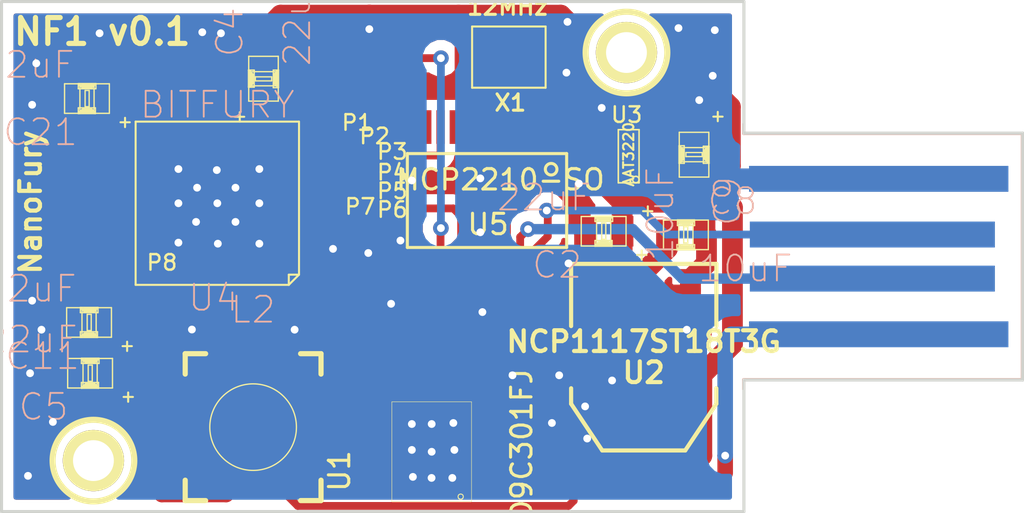
<source format=kicad_pcb>
(kicad_pcb (version 3) (host pcbnew "(2013-07-07 BZR 4022)-stable")
  (title_block (title "NanoFury NF1") (rev 0.1))
  (layers (15 F.Cu power) (0 B.Cu power) (19 F.Paste user) (21 F.SilkS user) (23 F.Mask user) (28 Edge.Cuts user))
  (net 0 "")
  (net 1 /INMISO)
  (net 2 /INMOSI)
  (net 3 /INSCK)
  (net 4 /OMISO)
  (net 5 /OMOSI)
  (net 6 /OSCK)
  (net 7 /OUTCLK)
  (net 8 0V8)
  (net 9 1.8V)
  (net 10 3.3V)
  (net 11 GND)
  (net 12 N-000001)
  (net 13 N-0000010)
  (net 14 N-0000012)
  (net 15 N-0000013)
  (net 16 N-0000014)
  (net 17 N-0000015)
  (net 18 N-000002)
  (net 19 N-0000021)
  (net 20 N-0000023)
  (net 21 N-000004)
  (net 22 N-000005)
  (net 23 N-000006)
  (net 24 USB_5V)
  (net 25 USB_DM)
  (net 26 USB_DP)
  (module USBAPCB (layer B.Cu) (at 142.95 87.5 270)
    (fp_text reference CN1 hide)
    (fp_text value MINIUSB hide)
    (pad 1 smd rect (at 3.81 0 270) (size 1.27 12.7) (layers B.Cu) (net 19 N-0000021))
    (pad 5 smd rect (at -3.81 0 270) (size 1.27 12.7) (layers B.Cu) (net 11 GND))
    (pad 3 smd rect (at -1.08 0.31 270) (size 1.27 12) (layers B.Cu) (net 26 USB_DP))
    (pad 2 smd rect (at 1.08 0.31 270) (size 1.27 12) (layers B.Cu) (net 25 USB_DM))
  )
  (module 0630 (layer F.Cu) (at 112.3188 95.8596 270)
    (fp_text reference L2 (at -5.754 0 360) (layer B.SilkS) (effects (font (size 1.27 1.27) (thickness 0.0889))))
    (fp_text value 2.4uH (at 5.83 0 360) (layer B.SilkS) (effects (font (size 1.27 1.27) (thickness 0.0889))))
    (pad 1 smd rect (at 0 -3.275 270) (size 3.4 2.35) (layers F.Cu F.Paste F.Mask) (net 16 N-0000014))
    (pad 2 smd rect (at 0 3.275 270) (size 3.4 2.35) (layers F.Cu F.Paste F.Mask) (net 8 0V8))
  )
  (module HTSOP-J8 (layer F.Cu) (at 123.0122 99.5172 90)
    (fp_text reference U1 (at 1.508 -6.466 90) (layer F.SilkS))
    (fp_text value BD9C301FJ (at 2.308 2.458 90) (layer F.SilkS))
    (pad 4 smd rect (at 4.355 0.725 90) (size 0.55 1.2) (layers F.Cu F.Paste F.Mask) (net 17 N-0000015))
    (pad 1 smd rect (at 0.545 0.725 90) (size 0.55 1.2) (layers F.Cu F.Paste F.Mask) (net 11 GND))
    (pad 2 smd rect (at 1.815 0.725 90) (size 0.55 1.2) (layers F.Cu F.Paste F.Mask) (net 24 USB_5V))
    (pad 3 smd rect (at 3.085 0.725 90) (size 0.55 1.2) (layers F.Cu F.Paste F.Mask) (net 11 GND))
    (pad 6 smd rect (at 3.085 -4.625 90) (size 0.55 1.2) (layers F.Cu F.Paste F.Mask) (net 24 USB_5V))
    (pad 7 smd rect (at 1.815 -4.625 90) (size 0.55 1.2) (layers F.Cu F.Paste F.Mask) (net 16 N-0000014))
    (pad 8 smd rect (at 0.545 -4.625 90) (size 0.55 1.2) (layers F.Cu F.Paste F.Mask) (net 16 N-0000014))
    (pad 5 smd rect (at 4.355 -4.625 90) (size 0.55 1.2) (layers F.Cu F.Paste F.Mask) (net 18 N-000002))
    (pad 9 smd rect (at 2.45 -1.95 90) (size 3.8 3) (layers F.Cu F.Paste F.Mask) (net 11 GND))
  )
  (module Hole2mm (layer F.Cu) (at 130.6 77.5)
    (fp_text reference Hole2mm1 hide)
    (fp_text value P*** hide)
    (pad 1 thru_hole circle (at 0 0) (size 3 3) (drill 2) (layers *.Cu *.Mask F.SilkS))
  )
  (module Hole2mm (layer F.Cu) (at 104.5 97.5)
    (fp_text reference Hole2mm hide)
    (fp_text value P*** hide)
    (pad 1 thru_hole circle (at 0 0) (size 3 3) (drill 2) (layers *.Cu *.Mask F.SilkS))
  )
  (module SSOP-20 (layer F.Cu) (at 126.6952 81.153 180)
    (fp_text reference U5 (at 2.87 -4.77 180) (layer F.SilkS) (effects (font (size 1.00076 1.00076) (thickness 0.14986))))
    (fp_text value MCP2210-SO (at 2.27 -2.58 180) (layer F.SilkS) (effects (font (size 1.00076 1.00076) (thickness 0.14986))))
    (pad 7 smd rect (at 3.9 0 180) (size 0.4064 1.651) (layers F.Cu F.Paste F.Mask))
    (pad 8 smd rect (at 4.55 0 180) (size 0.4064 1.651) (layers F.Cu F.Paste F.Mask))
    (pad 9 smd rect (at 5.2 0 180) (size 0.4064 1.651) (layers F.Cu F.Paste F.Mask) (net 23 N-000006))
    (pad 10 smd rect (at 5.85 0 180) (size 0.4064 1.651) (layers F.Cu F.Paste F.Mask))
    (pad 17 smd rect (at 1.95 -7.2 180) (size 0.4064 1.651) (layers F.Cu F.Paste F.Mask) (net 10 3.3V))
    (pad 4 smd rect (at 1.95 0 180) (size 0.4064 1.651) (layers F.Cu F.Paste F.Mask) (net 10 3.3V))
    (pad 5 smd rect (at 2.6 0 180) (size 0.4064 1.651) (layers F.Cu F.Paste F.Mask))
    (pad 6 smd rect (at 3.25 0 180) (size 0.4064 1.651) (layers F.Cu F.Paste F.Mask))
    (pad 11 smd rect (at 5.85 -7.2 180) (size 0.4064 1.651) (layers F.Cu F.Paste F.Mask) (net 21 N-000004))
    (pad 12 smd rect (at 5.2 -7.2 180) (size 0.4064 1.651) (layers F.Cu F.Paste F.Mask) (net 14 N-0000012))
    (pad 13 smd rect (at 4.55 -7.2 180) (size 0.4064 1.651) (layers F.Cu F.Paste F.Mask) (net 22 N-000005))
    (pad 14 smd rect (at 3.9 -7.2 180) (size 0.4064 1.651) (layers F.Cu F.Paste F.Mask))
    (pad 15 smd rect (at 3.25 -7.2 180) (size 0.4064 1.651) (layers F.Cu F.Paste F.Mask))
    (pad 16 smd rect (at 2.6 -7.2 180) (size 0.4064 1.651) (layers F.Cu F.Paste F.Mask))
    (pad 18 smd rect (at 1.3 -7.2 180) (size 0.4064 1.651) (layers F.Cu F.Paste F.Mask) (net 25 USB_DM))
    (pad 19 smd rect (at 0.65 -7.2 180) (size 0.4064 1.651) (layers F.Cu F.Paste F.Mask) (net 26 USB_DP))
    (pad 20 smd rect (at 0 -7.2 180) (size 0.4064 1.651) (layers F.Cu F.Paste F.Mask))
    (pad 1 smd rect (at 0 0 180) (size 0.4064 1.651) (layers F.Cu F.Paste F.Mask) (net 10 3.3V))
    (pad 2 smd rect (at 0.65 0 180) (size 0.4064 1.651) (layers F.Cu F.Paste F.Mask) (net 13 N-0000010))
    (pad 3 smd rect (at 1.3 0 180) (size 0.4064 1.651) (layers F.Cu F.Paste F.Mask) (net 15 N-0000013))
  )
  (module SOT223 (layer F.Cu) (at 131.445 92.4306 180)
    (fp_text reference U2 (at 0 -0.762 180) (layer F.SilkS) (effects (font (size 1.016 1.016) (thickness 0.2032))))
    (fp_text value NCP1117ST18T3G (at 0 0.762 180) (layer F.SilkS) (effects (font (size 1.016 1.016) (thickness 0.2032))))
    (pad 4 smd rect (at 0 -3.302 180) (size 3.6576 2.032) (layers F.Cu F.Paste F.Mask) (net 20 N-0000023))
    (pad 2 smd rect (at 0 3.302 180) (size 1.016 2.032) (layers F.Cu F.Paste F.Mask) (net 20 N-0000023))
    (pad 3 smd rect (at 2.286 3.302 180) (size 1.016 2.032) (layers F.Cu F.Paste F.Mask) (net 24 USB_5V))
    (pad 1 smd rect (at -2.286 3.302 180) (size 1.016 2.032) (layers F.Cu F.Paste F.Mask) (net 11 GND))
  )
  (module SC59 (layer F.Cu) (at 130.7084 82.55 90)
    (fp_text reference U3 (at 1.99898 -0.09906 180) (layer F.SilkS) (effects (font (size 0.762 0.762) (thickness 0.11938))))
    (fp_text value AAT3220 (at 0.0635 0 90) (layer F.SilkS) (effects (font (size 0.50038 0.50038) (thickness 0.09906))))
    (pad 3 smd rect (at 0 -1 90) (size 1 1.1) (layers F.Cu F.Paste F.Mask) (net 24 USB_5V))
    (pad 2 smd rect (at 0.95 1 90) (size 1 1.1) (layers F.Cu F.Paste F.Mask) (net 10 3.3V))
    (pad 1 smd rect (at -0.95 1 90) (size 1 1.1) (layers F.Cu F.Paste F.Mask) (net 11 GND))
  )
  (module CSTCE_G15C (layer F.Cu) (at 124.841 77.724 180)
    (fp_text reference X1 (at -0.07 -2.24 180) (layer F.SilkS) (effects (font (size 0.8 0.8))))
    (fp_text value 12MHz (at 0.07 2.46 180) (layer F.SilkS) (effects (font (size 0.8 0.8))))
    (pad 3 smd rect (at 1.2 0 180) (size 0.635 2) (layers F.Cu F.Paste F.Mask) (net 15 N-0000013))
    (pad 1 smd rect (at -1.2 0 180) (size 0.635 2) (layers F.Cu F.Paste F.Mask) (net 13 N-0000010))
    (pad 2 smd rect (at 0 0 180) (size 0.635 2) (layers F.Cu F.Paste F.Mask) (net 11 GND))
  )
  (module TP (layer F.Cu) (at 115.316 81.6864)
    (fp_text reference P1 (at 2.09 -0.75) (layer F.SilkS) (effects (font (size 0.762 0.762) (thickness 0.11938))))
    (fp_text value TST hide)
    (pad 1 smd rect (at 0 0) (size 0.635 0.635) (layers F.Cu F.Paste F.Mask) (net 3 /INSCK))
  )
  (module TP (layer F.Cu) (at 116.1796 82.3468)
    (fp_text reference P2 (at 2.09 -0.75) (layer F.SilkS) (effects (font (size 0.762 0.762) (thickness 0.11938))))
    (fp_text value TST hide)
    (pad 1 smd rect (at 0 0) (size 0.635 0.635) (layers F.Cu F.Paste F.Mask) (net 2 /INMOSI))
  )
  (module TP (layer F.Cu) (at 117.0432 83.1088)
    (fp_text reference P3 (at 2.09 -0.75) (layer F.SilkS) (effects (font (size 0.762 0.762) (thickness 0.11938))))
    (fp_text value TST hide)
    (pad 1 smd rect (at 0 0) (size 0.635 0.635) (layers F.Cu F.Paste F.Mask) (net 1 /INMISO))
  )
  (module TP (layer F.Cu) (at 117.0432 84.1248)
    (fp_text reference P4 (at 2.09 -0.75) (layer F.SilkS) (effects (font (size 0.762 0.762) (thickness 0.11938))))
    (fp_text value TST hide)
    (pad 1 smd rect (at 0 0) (size 0.635 0.635) (layers F.Cu F.Paste F.Mask) (net 4 /OMISO))
  )
  (module TP (layer F.Cu) (at 117.0432 85.0392)
    (fp_text reference P5 (at 2.09 -0.75) (layer F.SilkS) (effects (font (size 0.762 0.762) (thickness 0.11938))))
    (fp_text value TST hide)
    (pad 1 smd rect (at 0 0) (size 0.635 0.635) (layers F.Cu F.Paste F.Mask) (net 5 /OMOSI))
  )
  (module TP (layer F.Cu) (at 117.0432 85.9536)
    (fp_text reference P6 (at 2.09 -0.75) (layer F.SilkS) (effects (font (size 0.762 0.762) (thickness 0.11938))))
    (fp_text value TST hide)
    (pad 1 smd rect (at 0 0) (size 0.635 0.635) (layers F.Cu F.Paste F.Mask) (net 6 /OSCK))
  )
  (module TP (layer F.Cu) (at 105.7656 88.5444)
    (fp_text reference P8 (at 2.09 -0.75) (layer F.SilkS) (effects (font (size 0.762 0.762) (thickness 0.11938))))
    (fp_text value TST hide)
    (pad 1 smd rect (at 0 0) (size 0.635 0.635) (layers F.Cu F.Paste F.Mask) (net 8 0V8))
  )
  (module TP (layer F.Cu) (at 115.4684 85.8012)
    (fp_text reference P7 (at 2.09 -0.75) (layer F.SilkS) (effects (font (size 0.762 0.762) (thickness 0.11938))))
    (fp_text value TST hide)
    (pad 1 smd rect (at 0 0) (size 0.635 0.635) (layers F.Cu F.Paste F.Mask) (net 7 /OUTCLK))
  )
  (module 0805 (layer F.Cu) (at 129.4892 86.2584 180)
    (fp_text reference C2 (at 2.286 -1.651 180) (layer B.SilkS) (effects (font (size 1.27 1.27) (thickness 0.0889))))
    (fp_text value 22uF (at 2.921 1.651 180) (layer B.SilkS) (effects (font (size 1.27 1.27) (thickness 0.0889))))
    (pad 1 smd rect (at -0.89916 0 180) (size 1.09982 1.4986) (layers F.Cu F.Paste F.Mask) (net 24 USB_5V))
    (pad 2 smd rect (at 0.89916 0 180) (size 1.09982 1.4986) (layers F.Cu F.Paste F.Mask) (net 11 GND))
  )
  (module 0805 (layer F.Cu) (at 112.8268 78.7908 90)
    (fp_text reference C4 (at 2.286 -1.651 90) (layer B.SilkS) (effects (font (size 1.27 1.27) (thickness 0.0889))))
    (fp_text value 22uF (at 2.921 1.651 90) (layer B.SilkS) (effects (font (size 1.27 1.27) (thickness 0.0889))))
    (pad 1 smd rect (at -0.89916 0 90) (size 1.09982 1.4986) (layers F.Cu F.Paste F.Mask) (net 8 0V8))
    (pad 2 smd rect (at 0.89916 0 90) (size 1.09982 1.4986) (layers F.Cu F.Paste F.Mask) (net 11 GND))
  )
  (module 0805 (layer F.Cu) (at 104.3432 93.218 180)
    (fp_text reference C5 (at 2.286 -1.651 180) (layer B.SilkS) (effects (font (size 1.27 1.27) (thickness 0.0889))))
    (fp_text value 22uF (at 2.921 1.651 180) (layer B.SilkS) (effects (font (size 1.27 1.27) (thickness 0.0889))))
    (pad 1 smd rect (at -0.89916 0 180) (size 1.09982 1.4986) (layers F.Cu F.Paste F.Mask) (net 8 0V8))
    (pad 2 smd rect (at 0.89916 0 180) (size 1.09982 1.4986) (layers F.Cu F.Paste F.Mask) (net 11 GND))
  )
  (module 0805 (layer F.Cu) (at 133.5024 86.4362)
    (fp_text reference C8 (at 2.286 -1.651) (layer B.SilkS) (effects (font (size 1.27 1.27) (thickness 0.0889))))
    (fp_text value 10uF (at 2.921 1.651) (layer B.SilkS) (effects (font (size 1.27 1.27) (thickness 0.0889))))
    (pad 1 smd rect (at -0.89916 0) (size 1.09982 1.4986) (layers F.Cu F.Paste F.Mask) (net 20 N-0000023))
    (pad 2 smd rect (at 0.89916 0) (size 1.09982 1.4986) (layers F.Cu F.Paste F.Mask) (net 11 GND))
  )
  (module 0805 (layer F.Cu) (at 133.9088 82.4992 270)
    (fp_text reference C9 (at 2.286 -1.651 270) (layer B.SilkS) (effects (font (size 1.27 1.27) (thickness 0.0889))))
    (fp_text value 10uF (at 2.921 1.651 270) (layer B.SilkS) (effects (font (size 1.27 1.27) (thickness 0.0889))))
    (pad 1 smd rect (at -0.89916 0 270) (size 1.09982 1.4986) (layers F.Cu F.Paste F.Mask) (net 10 3.3V))
    (pad 2 smd rect (at 0.89916 0 270) (size 1.09982 1.4986) (layers F.Cu F.Paste F.Mask) (net 11 GND))
  )
  (module 0805 (layer F.Cu) (at 104.2924 90.7288 180)
    (fp_text reference C11 (at 2.286 -1.651 180) (layer B.SilkS) (effects (font (size 1.27 1.27) (thickness 0.0889))))
    (fp_text value 22uF (at 2.921 1.651 180) (layer B.SilkS) (effects (font (size 1.27 1.27) (thickness 0.0889))))
    (pad 1 smd rect (at -0.89916 0 180) (size 1.09982 1.4986) (layers F.Cu F.Paste F.Mask) (net 8 0V8))
    (pad 2 smd rect (at 0.89916 0 180) (size 1.09982 1.4986) (layers F.Cu F.Paste F.Mask) (net 11 GND))
  )
  (module 0805 (layer F.Cu) (at 104.1908 79.756 180)
    (fp_text reference C21 (at 2.286 -1.651 180) (layer B.SilkS) (effects (font (size 1.27 1.27) (thickness 0.0889))))
    (fp_text value 22uF (at 2.921 1.651 180) (layer B.SilkS) (effects (font (size 1.27 1.27) (thickness 0.0889))))
    (pad 1 smd rect (at -0.89916 0 180) (size 1.09982 1.4986) (layers F.Cu F.Paste F.Mask) (net 8 0V8))
    (pad 2 smd rect (at 0.89916 0 180) (size 1.09982 1.4986) (layers F.Cu F.Paste F.Mask) (net 11 GND))
  )
  (module 0402 (layer F.Cu) (at 115.6208 90.5764 270)
    (fp_text reference CF1.8-1)
    (fp_text value 100n)
    (pad 1 smd rect (at -0.5 0 270) (size 0.5 0.7) (layers F.Cu F.Paste F.Mask) (net 9 1.8V))
    (pad 2 smd rect (at 0.5 0 270) (size 0.5 0.7) (layers F.Cu F.Paste F.Mask) (net 11 GND))
  )
  (module 0402 (layer F.Cu) (at 126.1364 91.7956)
    (fp_text reference R10)
    (fp_text value 1R)
    (pad 1 smd rect (at -0.5 0) (size 0.5 0.7) (layers F.Cu F.Paste F.Mask) (net 9 1.8V))
    (pad 2 smd rect (at 0.5 0) (size 0.5 0.7) (layers F.Cu F.Paste F.Mask) (net 20 N-0000023))
  )
  (module 0402 (layer F.Cu) (at 120.904 90.0684 180)
    (fp_text reference R7)
    (fp_text value 1k)
    (pad 1 smd rect (at -0.5 0 180) (size 0.5 0.7) (layers F.Cu F.Paste F.Mask) (net 14 N-0000012))
    (pad 2 smd rect (at 0.5 0 180) (size 0.5 0.7) (layers F.Cu F.Paste F.Mask) (net 21 N-000004))
  )
  (module 0402 (layer F.Cu) (at 128.0414 81.0768 90)
    (fp_text reference C10)
    (fp_text value 100n)
    (pad 1 smd rect (at -0.5 0 90) (size 0.5 0.7) (layers F.Cu F.Paste F.Mask) (net 10 3.3V))
    (pad 2 smd rect (at 0.5 0 90) (size 0.5 0.7) (layers F.Cu F.Paste F.Mask) (net 11 GND))
  )
  (module 0402 (layer F.Cu) (at 116.6368 79.7052 90)
    (fp_text reference R5)
    (fp_text value 2k)
    (pad 1 smd rect (at -0.5 0 90) (size 0.5 0.7) (layers F.Cu F.Paste F.Mask) (net 3 /INSCK))
    (pad 2 smd rect (at 0.5 0 90) (size 0.5 0.7) (layers F.Cu F.Paste F.Mask) (net 14 N-0000012))
  )
  (module 0402 (layer F.Cu) (at 118.872 79.6036 180)
    (fp_text reference R6)
    (fp_text value 2k)
    (pad 1 smd rect (at -0.5 0 180) (size 0.5 0.7) (layers F.Cu F.Paste F.Mask) (net 11 GND))
    (pad 2 smd rect (at 0.5 0 180) (size 0.5 0.7) (layers F.Cu F.Paste F.Mask) (net 2 /INMOSI))
  )
  (module 0402 (layer F.Cu) (at 115.1636 78.486 270)
    (fp_text reference R9)
    (fp_text value 2k)
    (pad 1 smd rect (at -0.5 0 270) (size 0.5 0.7) (layers F.Cu F.Paste F.Mask) (net 11 GND))
    (pad 2 smd rect (at 0.5 0 270) (size 0.5 0.7) (layers F.Cu F.Paste F.Mask) (net 3 /INSCK))
  )
  (module 0402 (layer F.Cu) (at 118.9228 80.9752 180)
    (fp_text reference R8)
    (fp_text value 2K)
    (pad 1 smd rect (at -0.5 0 180) (size 0.5 0.7) (layers F.Cu F.Paste F.Mask) (net 23 N-000006))
    (pad 2 smd rect (at 0.5 0 180) (size 0.5 0.7) (layers F.Cu F.Paste F.Mask) (net 2 /INMOSI))
  )
  (module 0402 (layer F.Cu) (at 127 98.5012 90)
    (fp_text reference C1)
    (fp_text value 100nF)
    (pad 1 smd rect (at -0.5 0 90) (size 0.5 0.7) (layers F.Cu F.Paste F.Mask) (net 11 GND))
    (pad 2 smd rect (at 0.5 0 90) (size 0.5 0.7) (layers F.Cu F.Paste F.Mask) (net 24 USB_5V))
  )
  (module 0402 (layer F.Cu) (at 134.2644 98.7806 180)
    (fp_text reference L1)
    (fp_text value 1uH)
    (pad 1 smd rect (at -0.5 0 180) (size 0.5 0.7) (layers F.Cu F.Paste F.Mask) (net 19 N-0000021))
    (pad 2 smd rect (at 0.5 0 180) (size 0.5 0.7) (layers F.Cu F.Paste F.Mask) (net 24 USB_5V))
  )
  (module 0402 (layer F.Cu) (at 118.9736 84.836 270)
    (fp_text reference R4)
    (fp_text value 100)
    (pad 1 smd rect (at -0.5 0 270) (size 0.5 0.7) (layers F.Cu F.Paste F.Mask) (net 1 /INMISO))
    (pad 2 smd rect (at 0.5 0 270) (size 0.5 0.7) (layers F.Cu F.Paste F.Mask) (net 22 N-000005))
  )
  (module 0402 (layer F.Cu) (at 125.2728 95.9612 90)
    (fp_text reference R3)
    (fp_text value 2.4k)
    (pad 1 smd rect (at -0.5 0 90) (size 0.5 0.7) (layers F.Cu F.Paste F.Mask) (net 11 GND))
    (pad 2 smd rect (at 0.5 0 90) (size 0.5 0.7) (layers F.Cu F.Paste F.Mask) (net 17 N-0000015))
  )
  (module 0402 (layer F.Cu) (at 123.2408 93.8784)
    (fp_text reference R2)
    (fp_text value 100)
    (pad 1 smd rect (at -0.5 0) (size 0.5 0.7) (layers F.Cu F.Paste F.Mask) (net 8 0V8))
    (pad 2 smd rect (at 0.5 0) (size 0.5 0.7) (layers F.Cu F.Paste F.Mask) (net 17 N-0000015))
  )
  (module 0402 (layer F.Cu) (at 118.872 93.8784 180)
    (fp_text reference R1)
    (fp_text value 13k)
    (pad 1 smd rect (at -0.5 0 180) (size 0.5 0.7) (layers F.Cu F.Paste F.Mask) (net 12 N-000001))
    (pad 2 smd rect (at 0.5 0 180) (size 0.5 0.7) (layers F.Cu F.Paste F.Mask) (net 18 N-000002))
  )
  (module 0402 (layer F.Cu) (at 107.8992 90.5764 270)
    (fp_text reference C25)
    (fp_text value 100nF)
    (pad 1 smd rect (at -0.5 0 270) (size 0.5 0.7) (layers F.Cu F.Paste F.Mask) (net 8 0V8))
    (pad 2 smd rect (at 0.5 0 270) (size 0.5 0.7) (layers F.Cu F.Paste F.Mask) (net 11 GND))
  )
  (module 0402 (layer F.Cu) (at 113.1316 90.5764 270)
    (fp_text reference C24)
    (fp_text value 100nF)
    (pad 1 smd rect (at -0.5 0 270) (size 0.5 0.7) (layers F.Cu F.Paste F.Mask) (net 8 0V8))
    (pad 2 smd rect (at 0.5 0 270) (size 0.5 0.7) (layers F.Cu F.Paste F.Mask) (net 11 GND))
  )
  (module 0402 (layer F.Cu) (at 110.998 79.0956 90)
    (fp_text reference C23)
    (fp_text value 100nF)
    (pad 1 smd rect (at -0.5 0 90) (size 0.5 0.7) (layers F.Cu F.Paste F.Mask) (net 8 0V8))
    (pad 2 smd rect (at 0.5 0 90) (size 0.5 0.7) (layers F.Cu F.Paste F.Mask) (net 11 GND))
  )
  (module 0402 (layer F.Cu) (at 109.474 79.0956 90)
    (fp_text reference C22)
    (fp_text value 100nF)
    (pad 1 smd rect (at -0.5 0 90) (size 0.5 0.7) (layers F.Cu F.Paste F.Mask) (net 8 0V8))
    (pad 2 smd rect (at 0.5 0 90) (size 0.5 0.7) (layers F.Cu F.Paste F.Mask) (net 11 GND))
  )
  (module 0402 (layer F.Cu) (at 104.4956 85.0392 180)
    (fp_text reference C15)
    (fp_text value 100nF)
    (pad 1 smd rect (at -0.5 0 180) (size 0.5 0.7) (layers F.Cu F.Paste F.Mask) (net 8 0V8))
    (pad 2 smd rect (at 0.5 0 180) (size 0.5 0.7) (layers F.Cu F.Paste F.Mask) (net 11 GND))
  )
  (module 0402 (layer F.Cu) (at 104.4956 86.868 180)
    (fp_text reference C14)
    (fp_text value 100nF)
    (pad 1 smd rect (at -0.5 0 180) (size 0.5 0.7) (layers F.Cu F.Paste F.Mask) (net 8 0V8))
    (pad 2 smd rect (at 0.5 0 180) (size 0.5 0.7) (layers F.Cu F.Paste F.Mask) (net 11 GND))
  )
  (module 0402 (layer F.Cu) (at 107.8992 79.0956 90)
    (fp_text reference C13)
    (fp_text value 100nF)
    (pad 1 smd rect (at -0.5 0 90) (size 0.5 0.7) (layers F.Cu F.Paste F.Mask) (net 8 0V8))
    (pad 2 smd rect (at 0.5 0 90) (size 0.5 0.7) (layers F.Cu F.Paste F.Mask) (net 11 GND))
  )
  (module 0402 (layer F.Cu) (at 104.4956 83.1088 180)
    (fp_text reference C12)
    (fp_text value 100nF)
    (pad 1 smd rect (at -0.5 0 180) (size 0.5 0.7) (layers F.Cu F.Paste F.Mask) (net 8 0V8))
    (pad 2 smd rect (at 0.5 0 180) (size 0.5 0.7) (layers F.Cu F.Paste F.Mask) (net 11 GND))
  )
  (module 0402 (layer F.Cu) (at 121.0564 93.8784)
    (fp_text reference C7)
    (fp_text value 1.1n)
    (pad 1 smd rect (at -0.5 0) (size 0.5 0.7) (layers F.Cu F.Paste F.Mask) (net 12 N-000001))
    (pad 2 smd rect (at 0.5 0) (size 0.5 0.7) (layers F.Cu F.Paste F.Mask) (net 11 GND))
  )
  (module 0402 (layer F.Cu) (at 110.4646 90.5764 270)
    (fp_text reference C6)
    (fp_text value 100nF)
    (pad 1 smd rect (at -0.5 0 270) (size 0.5 0.7) (layers F.Cu F.Paste F.Mask) (net 8 0V8))
    (pad 2 smd rect (at 0.5 0 270) (size 0.5 0.7) (layers F.Cu F.Paste F.Mask) (net 11 GND))
  )
  (module 0402 (layer F.Cu) (at 125.5522 98.5012 270)
    (fp_text reference C3)
    (fp_text value 100nF)
    (pad 1 smd rect (at -0.5 0 270) (size 0.5 0.7) (layers F.Cu F.Paste F.Mask) (net 24 USB_5V))
    (pad 2 smd rect (at 0.5 0 270) (size 0.5 0.7) (layers F.Cu F.Paste F.Mask) (net 11 GND))
  )
  (module QFN48 (layer F.Cu) (at 110.5662 84.8868 180)
    (fp_text reference U4 (at 0.17272 -4.63296 180) (layer B.SilkS) (effects (font (size 1.27 1.27) (thickness 0.0889))))
    (fp_text value BITFURY (at 0 4.826 180) (layer B.SilkS) (effects (font (size 1.27 1.27) (thickness 0.0889))))
    (pad 13 smd rect (at -2.75 3.335 180) (size 0.3 0.63) (layers F.Cu F.Paste F.Mask) (net 8 0V8))
    (pad 25 smd rect (at 3.335 2.75 180) (size 0.63 0.3) (layers F.Cu F.Paste F.Mask) (net 8 0V8))
    (pad 26 smd rect (at 3.335 2.25 180) (size 0.63 0.3) (layers F.Cu F.Paste F.Mask) (net 8 0V8))
    (pad 28 smd rect (at 3.335 1.25 180) (size 0.63 0.3) (layers F.Cu F.Paste F.Mask) (net 8 0V8))
    (pad 27 smd rect (at 3.335 1.75 180) (size 0.63 0.3) (layers F.Cu F.Paste F.Mask) (net 8 0V8))
    (pad 29 smd rect (at 3.335 0.75 180) (size 0.63 0.3) (layers F.Cu F.Paste F.Mask) (net 8 0V8))
    (pad 30 smd rect (at 3.335 0.25 180) (size 0.63 0.3) (layers F.Cu F.Paste F.Mask) (net 8 0V8))
    (pad 36 smd rect (at 3.335 -2.75 180) (size 0.63 0.3) (layers F.Cu F.Paste F.Mask) (net 8 0V8))
    (pad 35 smd rect (at 3.335 -2.25 180) (size 0.63 0.3) (layers F.Cu F.Paste F.Mask) (net 8 0V8))
    (pad 33 smd rect (at 3.335 -1.25 180) (size 0.63 0.3) (layers F.Cu F.Paste F.Mask) (net 8 0V8))
    (pad 34 smd rect (at 3.335 -1.75 180) (size 0.63 0.3) (layers F.Cu F.Paste F.Mask) (net 8 0V8))
    (pad 32 smd rect (at 3.335 -0.75 180) (size 0.63 0.3) (layers F.Cu F.Paste F.Mask) (net 8 0V8))
    (pad 31 smd rect (at 3.335 -0.25 180) (size 0.63 0.3) (layers F.Cu F.Paste F.Mask) (net 8 0V8))
    (pad 1 smd rect (at -3.335 -2.75 180) (size 0.63 0.3) (layers F.Cu F.Paste F.Mask) (net 11 GND))
    (pad 3 smd rect (at -3.335 -1.748 180) (size 0.63 0.3) (layers F.Cu F.Paste F.Mask) (net 11 GND))
    (pad 2 smd rect (at -3.335 -2.25 180) (size 0.63 0.3) (layers F.Cu F.Paste F.Mask) (net 11 GND))
    (pad 5 smd rect (at -3.335 -0.75 180) (size 0.63 0.3) (layers F.Cu F.Paste F.Mask) (net 7 /OUTCLK))
    (pad 6 smd rect (at -3.335 -0.25 180) (size 0.63 0.3) (layers F.Cu F.Paste F.Mask) (net 6 /OSCK))
    (pad 4 smd rect (at -3.335 -1.25 180) (size 0.63 0.3) (layers F.Cu F.Paste F.Mask) (net 9 1.8V))
    (pad 10 smd rect (at -3.335 1.75 180) (size 0.63 0.3) (layers F.Cu F.Paste F.Mask) (net 2 /INMOSI))
    (pad 12 smd rect (at -3.335 2.75 180) (size 0.63 0.3) (layers F.Cu F.Paste F.Mask) (net 11 GND))
    (pad 11 smd rect (at -3.335 2.25 180) (size 0.63 0.3) (layers F.Cu F.Paste F.Mask) (net 3 /INSCK))
    (pad 8 smd rect (at -3.335 0.75 180) (size 0.63 0.3) (layers F.Cu F.Paste F.Mask) (net 4 /OMISO))
    (pad 9 smd rect (at -3.335 1.25 180) (size 0.63 0.3) (layers F.Cu F.Paste F.Mask) (net 1 /INMISO))
    (pad 7 smd rect (at -3.335 0.25 180) (size 0.63 0.3) (layers F.Cu F.Paste F.Mask) (net 5 /OMOSI))
    (pad 49 smd rect (at 0 0 180) (size 5.2 5.2) (layers F.Cu F.Paste F.Mask) (net 11 GND))
    (pad 47 smd rect (at -2.25 -3.335 180) (size 0.3 0.63) (layers F.Cu F.Paste F.Mask) (net 8 0V8))
    (pad 48 smd rect (at -2.75 -3.335 180) (size 0.3 0.63) (layers F.Cu F.Paste F.Mask) (net 8 0V8))
    (pad 45 smd rect (at -1.25 -3.335 180) (size 0.3 0.63) (layers F.Cu F.Paste F.Mask) (net 8 0V8))
    (pad 44 smd rect (at -0.75 -3.335 180) (size 0.3 0.63) (layers F.Cu F.Paste F.Mask) (net 8 0V8))
    (pad 46 smd rect (at -1.75 -3.335 180) (size 0.3 0.63) (layers F.Cu F.Paste F.Mask) (net 8 0V8))
    (pad 39 smd rect (at 1.75 -3.335 180) (size 0.3 0.63) (layers F.Cu F.Paste F.Mask) (net 8 0V8))
    (pad 37 smd rect (at 2.75 -3.335 180) (size 0.3 0.63) (layers F.Cu F.Paste F.Mask) (net 8 0V8))
    (pad 38 smd rect (at 2.25 -3.335 180) (size 0.3 0.63) (layers F.Cu F.Paste F.Mask) (net 8 0V8))
    (pad 41 smd rect (at 0.75 -3.335 180) (size 0.3 0.63) (layers F.Cu F.Paste F.Mask) (net 8 0V8))
    (pad 40 smd rect (at 1.25 -3.335 180) (size 0.3 0.63) (layers F.Cu F.Paste F.Mask) (net 8 0V8))
    (pad 42 smd rect (at 0.25 -3.335 180) (size 0.3 0.63) (layers F.Cu F.Paste F.Mask) (net 8 0V8))
    (pad 43 smd rect (at -0.25 -3.335 180) (size 0.3 0.63) (layers F.Cu F.Paste F.Mask) (net 8 0V8))
    (pad 14 smd rect (at -2.25 3.335 180) (size 0.3 0.63) (layers F.Cu F.Paste F.Mask) (net 8 0V8))
    (pad 16 smd rect (at -1.25 3.335 180) (size 0.3 0.63) (layers F.Cu F.Paste F.Mask) (net 8 0V8))
    (pad 17 smd rect (at -0.75 3.335 180) (size 0.3 0.63) (layers F.Cu F.Paste F.Mask) (net 8 0V8))
    (pad 15 smd rect (at -1.75 3.335 180) (size 0.3 0.63) (layers F.Cu F.Paste F.Mask) (net 8 0V8))
    (pad 22 smd rect (at 1.75 3.335 180) (size 0.3 0.63) (layers F.Cu F.Paste F.Mask) (net 8 0V8))
    (pad 24 smd rect (at 2.75 3.335 180) (size 0.3 0.63) (layers F.Cu F.Paste F.Mask) (net 8 0V8))
    (pad 23 smd rect (at 2.25 3.335 180) (size 0.3 0.63) (layers F.Cu F.Paste F.Mask) (net 8 0V8))
    (pad 20 smd rect (at 0.75 3.335 180) (size 0.3 0.63) (layers F.Cu F.Paste F.Mask) (net 8 0V8))
    (pad 21 smd rect (at 1.25 3.335 180) (size 0.3 0.63) (layers F.Cu F.Paste F.Mask) (net 8 0V8))
    (pad 19 smd rect (at 0.25 3.335 180) (size 0.3 0.63) (layers F.Cu F.Paste F.Mask) (net 8 0V8))
    (pad 18 smd rect (at -0.25 3.335 180) (size 0.3 0.63) (layers F.Cu F.Paste F.Mask) (net 8 0V8))
  )
  (gr_text NanoFury (at 101.4222 84.836 90) (layer F.SilkS) (effects (font (size 1.016 1.016) (thickness 0.2032))))
  (gr_text "NF1 v0.1" (at 104.9274 76.4794) (layer F.SilkS) (effects (font (size 1.27 1.27) (thickness 0.254))))
  (gr_line (start 136.35 75) (end 100 75) (angle 90) (layer Edge.Cuts) (width 0.15))
  (gr_line (start 100 100) (end 100 75) (angle 90) (layer Edge.Cuts) (width 0.15))
  (gr_line (start 136.35 81.45) (end 136.35 75) (angle 90) (layer Edge.Cuts) (width 0.15))
  (gr_line (start 150 81.45) (end 136.35 81.45) (angle 90) (layer Edge.Cuts) (width 0.15))
  (gr_line (start 136.35 93.55) (end 136.35 100) (angle 90) (layer Edge.Cuts) (width 0.15))
  (gr_line (start 150 93.55) (end 136.35 93.55) (angle 90) (layer Edge.Cuts) (width 0.15))
  (gr_line (start 150 81.45) (end 150 93.55) (angle 90) (layer Edge.Cuts) (width 0.15))
  (gr_line (start 136.35 100) (end 100 100) (angle 90) (layer Edge.Cuts) (width 0.15))
  (segment (start 117.0432 83.1088) (end 115.7732 83.1088) (width 0.254) (layer F.Cu) (net 1))
  (segment (start 115.2452 83.6368) (end 113.9012 83.6368) (width 0.254) (layer F.Cu) (net 1))
  (segment (start 115.7732 83.1088) (end 115.2452 83.6368) (width 0.254) (layer F.Cu) (net 1))
  (segment (start 118.9736 84.336) (end 118.9736 83.8708) (width 0.381) (layer F.Cu) (net 1))
  (segment (start 118.2116 83.1088) (end 117.0432 83.1088) (width 0.381) (layer F.Cu) (net 1))
  (segment (start 118.9736 83.8708) (end 118.2116 83.1088) (width 0.381) (layer F.Cu) (net 1))
  (segment (start 116.1796 82.3468) (end 115.7732 82.3468) (width 0.254) (layer F.Cu) (net 2))
  (segment (start 114.9832 83.1368) (end 113.9012 83.1368) (width 0.254) (layer F.Cu) (net 2))
  (segment (start 115.7732 82.3468) (end 114.9832 83.1368) (width 0.254) (layer F.Cu) (net 2))
  (segment (start 118.4228 80.9752) (end 118.4228 81.6784) (width 0.381) (layer F.Cu) (net 2))
  (segment (start 117.7544 82.3468) (end 116.1796 82.3468) (width 0.381) (layer F.Cu) (net 2))
  (segment (start 118.4228 81.6784) (end 117.7544 82.3468) (width 0.381) (layer F.Cu) (net 2))
  (segment (start 118.372 79.6036) (end 118.372 80.9244) (width 0.381) (layer F.Cu) (net 2))
  (segment (start 118.372 80.9244) (end 118.4228 80.9752) (width 0.381) (layer F.Cu) (net 2))
  (segment (start 115.316 81.6864) (end 115.316 82.0928) (width 0.254) (layer F.Cu) (net 3))
  (segment (start 114.772 82.6368) (end 113.9012 82.6368) (width 0.254) (layer F.Cu) (net 3))
  (segment (start 115.316 82.0928) (end 114.772 82.6368) (width 0.254) (layer F.Cu) (net 3))
  (segment (start 115.1636 78.986) (end 115.1636 80.2132) (width 0.381) (layer F.Cu) (net 3))
  (segment (start 115.1636 80.2132) (end 115.316 80.3656) (width 0.381) (layer F.Cu) (net 3))
  (segment (start 115.316 81.6864) (end 115.316 80.3656) (width 0.381) (layer F.Cu) (net 3))
  (segment (start 115.4764 80.2052) (end 116.6368 80.2052) (width 0.381) (layer F.Cu) (net 3))
  (segment (start 115.316 80.3656) (end 115.4764 80.2052) (width 0.381) (layer F.Cu) (net 3))
  (segment (start 117.0432 84.1248) (end 113.9132 84.1248) (width 0.254) (layer F.Cu) (net 4))
  (segment (start 113.9132 84.1248) (end 113.9012 84.1368) (width 0.254) (layer F.Cu) (net 4))
  (segment (start 117.0432 85.0392) (end 116.586 85.0392) (width 0.254) (layer F.Cu) (net 5))
  (segment (start 116.1836 84.6368) (end 113.9012 84.6368) (width 0.254) (layer F.Cu) (net 5))
  (segment (start 116.586 85.0392) (end 116.1836 84.6368) (width 0.254) (layer F.Cu) (net 5))
  (segment (start 113.9012 85.1368) (end 116.037018 85.1368) (width 0.254) (layer F.Cu) (net 6))
  (segment (start 116.4844 85.9536) (end 117.0432 85.9536) (width 0.254) (layer F.Cu) (net 6))
  (segment (start 116.4336 85.9028) (end 116.4844 85.9536) (width 0.254) (layer F.Cu) (net 6))
  (segment (start 116.4336 85.533382) (end 116.4336 85.9028) (width 0.254) (layer F.Cu) (net 6))
  (segment (start 116.037018 85.1368) (end 116.4336 85.533382) (width 0.254) (layer F.Cu) (net 6))
  (segment (start 113.9012 85.6368) (end 114.8976 85.6368) (width 0.254) (layer F.Cu) (net 7))
  (segment (start 115.062 85.8012) (end 115.4684 85.8012) (width 0.254) (layer F.Cu) (net 7))
  (segment (start 114.8976 85.6368) (end 115.062 85.8012) (width 0.254) (layer F.Cu) (net 7))
  (segment (start 110.49 98.298) (end 110.49 98.4504) (width 0.508) (layer F.Cu) (net 8))
  (segment (start 110.49 98.4504) (end 110.7948 98.7552) (width 0.508) (layer F.Cu) (net 8))
  (segment (start 110.49 98.298) (end 110.236 98.298) (width 1.016) (layer F.Cu) (net 8))
  (segment (start 108.0008 97.7392) (end 107.696 97.7392) (width 1.016) (layer F.Cu) (net 8))
  (segment (start 109.6772 97.7392) (end 108.0008 97.7392) (width 1.016) (layer F.Cu) (net 8))
  (segment (start 110.236 98.298) (end 109.6772 97.7392) (width 1.016) (layer F.Cu) (net 8))
  (segment (start 109.0438 95.8596) (end 109.0438 96.6962) (width 1.016) (layer F.Cu) (net 8))
  (segment (start 109.0438 96.6962) (end 107.696 98.044) (width 1.016) (layer F.Cu) (net 8))
  (segment (start 107.696 98.044) (end 107.696 97.7392) (width 1.016) (layer F.Cu) (net 8))
  (segment (start 107.696 97.7392) (end 107.696 98.2472) (width 1.016) (layer F.Cu) (net 8))
  (segment (start 106.172 93.0656) (end 110.5916 93.0656) (width 1.016) (layer F.Cu) (net 8))
  (segment (start 110.5916 93.0656) (end 110.49 93.1672) (width 1.016) (layer F.Cu) (net 8))
  (segment (start 110.49 93.1672) (end 110.49 98.298) (width 1.016) (layer F.Cu) (net 8))
  (segment (start 110.49 98.298) (end 110.3884 98.3996) (width 1.016) (layer F.Cu) (net 8))
  (segment (start 110.3884 98.3996) (end 107.8484 98.3996) (width 1.016) (layer F.Cu) (net 8))
  (segment (start 107.8484 98.3996) (end 107.696 98.2472) (width 1.016) (layer F.Cu) (net 8))
  (segment (start 109.7788 93.7768) (end 109.8804 93.8784) (width 1.016) (layer F.Cu) (net 8))
  (segment (start 107.696 98.2472) (end 107.696 94.5388) (width 1.016) (layer F.Cu) (net 8))
  (segment (start 107.696 94.5388) (end 106.934 93.7768) (width 1.016) (layer F.Cu) (net 8))
  (segment (start 106.934 93.7768) (end 109.7788 93.7768) (width 1.016) (layer F.Cu) (net 8))
  (segment (start 107.0102 92.329) (end 112.5474 92.329) (width 1.016) (layer F.Cu) (net 8))
  (segment (start 106.6292 89.408) (end 106.4768 89.408) (width 0.762) (layer F.Cu) (net 8))
  (segment (start 108.0516 95.8596) (end 109.0438 95.8596) (width 1.016) (layer F.Cu) (net 8))
  (segment (start 106.172 93.98) (end 108.0516 95.8596) (width 1.016) (layer F.Cu) (net 8))
  (segment (start 106.172 89.7128) (end 106.172 93.0656) (width 1.016) (layer F.Cu) (net 8))
  (segment (start 106.172 93.0656) (end 106.172 93.98) (width 1.016) (layer F.Cu) (net 8))
  (segment (start 106.4768 89.408) (end 106.172 89.7128) (width 1.016) (layer F.Cu) (net 8))
  (segment (start 106.6292 89.408) (end 105.8672 89.408) (width 0.762) (layer F.Cu) (net 8))
  (segment (start 105.19156 90.08364) (end 105.19156 90.7288) (width 0.762) (layer F.Cu) (net 8))
  (segment (start 105.8672 89.408) (end 105.19156 90.08364) (width 0.762) (layer F.Cu) (net 8))
  (segment (start 110.5916 92.329) (end 107.0102 92.329) (width 0.762) (layer F.Cu) (net 8))
  (segment (start 106.6292 91.948) (end 106.6292 89.408) (width 0.762) (layer F.Cu) (net 8))
  (segment (start 107.0102 92.329) (end 106.6292 91.948) (width 0.762) (layer F.Cu) (net 8))
  (segment (start 111.2012 92.329) (end 111.2012 98.9584) (width 0.762) (layer F.Cu) (net 8))
  (segment (start 111.2012 98.9584) (end 110.998 99.1616) (width 0.762) (layer F.Cu) (net 8))
  (segment (start 107.2388 98.552) (end 107.2388 95.8596) (width 0.762) (layer F.Cu) (net 8))
  (segment (start 110.998 99.1616) (end 107.8484 99.1616) (width 0.762) (layer F.Cu) (net 8))
  (segment (start 107.8484 99.1616) (end 107.2388 98.552) (width 0.762) (layer F.Cu) (net 8))
  (segment (start 112.5474 92.329) (end 111.2012 92.329) (width 0.762) (layer F.Cu) (net 8))
  (segment (start 111.2012 92.329) (end 110.5916 92.329) (width 0.762) (layer F.Cu) (net 8))
  (segment (start 110.5916 92.329) (end 110.4646 92.329) (width 0.762) (layer F.Cu) (net 8))
  (segment (start 110.49 92.3544) (end 111.0996 92.3544) (width 0.762) (layer F.Cu) (net 8))
  (segment (start 110.4646 92.329) (end 110.49 92.3544) (width 0.762) (layer F.Cu) (net 8))
  (segment (start 112.1156 89.408) (end 112.1156 91.8972) (width 0.762) (layer F.Cu) (net 8))
  (segment (start 112.1156 91.8972) (end 112.5474 92.329) (width 0.762) (layer F.Cu) (net 8))
  (segment (start 112.5474 92.329) (end 112.5728 92.3544) (width 0.762) (layer F.Cu) (net 8))
  (segment (start 111.4552 89.408) (end 111.4552 91.9988) (width 0.762) (layer F.Cu) (net 8))
  (segment (start 111.4552 91.9988) (end 111.0996 92.3544) (width 0.762) (layer F.Cu) (net 8))
  (segment (start 106.6292 88.3412) (end 106.68 88.3412) (width 0.762) (layer F.Cu) (net 8))
  (segment (start 113.1316 88.8492) (end 113.1316 89.408) (width 0.762) (layer F.Cu) (net 8))
  (segment (start 113.03 88.7476) (end 113.1316 88.8492) (width 0.762) (layer F.Cu) (net 8))
  (segment (start 107.0864 88.7476) (end 113.03 88.7476) (width 0.762) (layer F.Cu) (net 8))
  (segment (start 106.68 88.3412) (end 107.0864 88.7476) (width 0.762) (layer F.Cu) (net 8))
  (segment (start 106.6292 81.026) (end 106.6292 88.3412) (width 0.762) (layer F.Cu) (net 8))
  (segment (start 106.426 88.5444) (end 105.7656 88.5444) (width 0.762) (layer F.Cu) (net 8))
  (segment (start 106.6292 88.3412) (end 106.426 88.5444) (width 0.762) (layer F.Cu) (net 8))
  (segment (start 106.6292 81.026) (end 106.9492 81.026) (width 0.508) (layer F.Cu) (net 8))
  (segment (start 106.9492 81.026) (end 107.475 81.5518) (width 0.508) (layer F.Cu) (net 8))
  (segment (start 112.8268 81.026) (end 106.6292 81.026) (width 0.508) (layer F.Cu) (net 8))
  (segment (start 105.918 80.3148) (end 105.918 80.58404) (width 0.508) (layer F.Cu) (net 8))
  (segment (start 106.6292 81.026) (end 105.918 80.3148) (width 0.508) (layer F.Cu) (net 8))
  (segment (start 112.8268 79.68996) (end 112.8268 81.026) (width 1.016) (layer F.Cu) (net 8))
  (segment (start 112.8162 81.0366) (end 112.8162 81.5518) (width 0.508) (layer F.Cu) (net 8))
  (segment (start 112.8268 81.026) (end 112.8162 81.0366) (width 0.508) (layer F.Cu) (net 8))
  (segment (start 113.3162 88.2218) (end 112.997 88.2218) (width 0.254) (layer F.Cu) (net 8))
  (segment (start 112.997 88.2218) (end 112.8162 88.2218) (width 0.762) (layer F.Cu) (net 8))
  (segment (start 113.3162 81.5518) (end 113.0986 81.5518) (width 0.254) (layer F.Cu) (net 8))
  (segment (start 113.0986 81.5518) (end 112.8162 81.5518) (width 0.762) (layer F.Cu) (net 8))
  (segment (start 107.8162 81.5518) (end 108.3162 81.5518) (width 0.762) (layer F.Cu) (net 8))
  (segment (start 108.3162 81.5518) (end 108.8162 81.5518) (width 0.762) (layer F.Cu) (net 8))
  (segment (start 108.8162 81.5518) (end 109.3162 81.5518) (width 0.762) (layer F.Cu) (net 8))
  (segment (start 109.3162 81.5518) (end 109.8162 81.5518) (width 0.762) (layer F.Cu) (net 8))
  (segment (start 109.8162 81.5518) (end 110.3162 81.5518) (width 0.762) (layer F.Cu) (net 8))
  (segment (start 110.3162 81.5518) (end 110.8162 81.5518) (width 0.762) (layer F.Cu) (net 8))
  (segment (start 110.8162 81.5518) (end 111.3162 81.5518) (width 0.762) (layer F.Cu) (net 8))
  (segment (start 111.3162 81.5518) (end 111.8162 81.5518) (width 0.762) (layer F.Cu) (net 8))
  (segment (start 111.8162 81.5518) (end 112.3162 81.5518) (width 0.762) (layer F.Cu) (net 8))
  (segment (start 112.3162 81.5518) (end 112.8162 81.5518) (width 0.762) (layer F.Cu) (net 8))
  (segment (start 107.2312 82.1368) (end 107.2312 81.7956) (width 0.762) (layer F.Cu) (net 8))
  (segment (start 107.2312 81.7956) (end 107.475 81.5518) (width 0.762) (layer F.Cu) (net 8))
  (segment (start 107.475 81.5518) (end 107.8162 81.5518) (width 0.762) (layer F.Cu) (net 8))
  (segment (start 107.2312 87.6368) (end 107.2312 87.1368) (width 0.762) (layer F.Cu) (net 8))
  (segment (start 107.2312 87.1368) (end 107.2312 86.6368) (width 0.762) (layer F.Cu) (net 8))
  (segment (start 107.2312 86.6368) (end 107.2312 86.1368) (width 0.762) (layer F.Cu) (net 8))
  (segment (start 107.2312 86.1368) (end 107.2312 85.6368) (width 0.762) (layer F.Cu) (net 8))
  (segment (start 107.2312 85.6368) (end 107.2312 85.1368) (width 0.762) (layer F.Cu) (net 8))
  (segment (start 107.2312 85.1368) (end 107.2312 84.6368) (width 0.762) (layer F.Cu) (net 8))
  (segment (start 107.2312 84.6368) (end 107.2312 84.1368) (width 0.762) (layer F.Cu) (net 8))
  (segment (start 107.2312 84.1368) (end 107.2312 83.6368) (width 0.762) (layer F.Cu) (net 8))
  (segment (start 107.2312 83.6368) (end 107.2312 83.1368) (width 0.762) (layer F.Cu) (net 8))
  (segment (start 107.2312 83.1368) (end 107.2312 82.6368) (width 0.762) (layer F.Cu) (net 8))
  (segment (start 107.2312 82.6368) (end 107.2312 82.1368) (width 0.762) (layer F.Cu) (net 8))
  (segment (start 107.8162 88.2218) (end 107.4242 88.2218) (width 0.762) (layer F.Cu) (net 8))
  (segment (start 107.2312 88.0288) (end 107.2312 87.6368) (width 0.762) (layer F.Cu) (net 8))
  (segment (start 107.4242 88.2218) (end 107.2312 88.0288) (width 0.762) (layer F.Cu) (net 8))
  (segment (start 112.8162 88.2218) (end 112.3162 88.2218) (width 0.762) (layer F.Cu) (net 8))
  (segment (start 112.3162 88.2218) (end 111.8162 88.2218) (width 0.762) (layer F.Cu) (net 8))
  (segment (start 111.8162 88.2218) (end 111.3162 88.2218) (width 0.762) (layer F.Cu) (net 8))
  (segment (start 111.3162 88.2218) (end 110.8162 88.2218) (width 0.762) (layer F.Cu) (net 8))
  (segment (start 110.8162 88.2218) (end 110.3162 88.2218) (width 0.762) (layer F.Cu) (net 8))
  (segment (start 110.3162 88.2218) (end 109.8162 88.2218) (width 0.762) (layer F.Cu) (net 8))
  (segment (start 109.8162 88.2218) (end 109.3162 88.2218) (width 0.762) (layer F.Cu) (net 8))
  (segment (start 109.3162 88.2218) (end 108.8162 88.2218) (width 0.762) (layer F.Cu) (net 8))
  (segment (start 108.8162 88.2218) (end 108.3162 88.2218) (width 0.762) (layer F.Cu) (net 8))
  (segment (start 108.3162 88.2218) (end 107.8162 88.2218) (width 0.762) (layer F.Cu) (net 8))
  (segment (start 110.4392 89.408) (end 110.4392 90.051) (width 0.508) (layer F.Cu) (net 8))
  (segment (start 110.4392 90.051) (end 110.4646 90.0764) (width 0.508) (layer F.Cu) (net 8))
  (segment (start 107.8992 89.408) (end 107.8992 90.0764) (width 0.508) (layer F.Cu) (net 8))
  (segment (start 110.9472 80.3148) (end 110.9472 79.6464) (width 0.508) (layer F.Cu) (net 8))
  (segment (start 110.9472 79.6464) (end 110.998 79.5956) (width 0.508) (layer F.Cu) (net 8))
  (segment (start 109.5248 80.3148) (end 109.5248 79.6464) (width 0.508) (layer F.Cu) (net 8))
  (segment (start 109.5248 79.6464) (end 109.474 79.5956) (width 0.508) (layer F.Cu) (net 8))
  (segment (start 107.8992 80.3148) (end 107.8992 79.5956) (width 0.508) (layer F.Cu) (net 8))
  (segment (start 105.7656 83.058) (end 105.0464 83.058) (width 0.508) (layer F.Cu) (net 8))
  (segment (start 105.0464 83.058) (end 104.9956 83.1088) (width 0.508) (layer F.Cu) (net 8))
  (segment (start 105.7656 84.9884) (end 105.0464 84.9884) (width 0.508) (layer F.Cu) (net 8))
  (segment (start 105.0464 84.9884) (end 104.9956 85.0392) (width 0.508) (layer F.Cu) (net 8))
  (segment (start 105.7656 86.868) (end 104.9956 86.868) (width 0.508) (layer F.Cu) (net 8))
  (segment (start 105.7656 88.5444) (end 106.6292 89.408) (width 1.016) (layer F.Cu) (net 8))
  (segment (start 106.6292 89.408) (end 107.8992 89.408) (width 1.016) (layer F.Cu) (net 8))
  (segment (start 112.8268 79.68996) (end 112.20196 80.3148) (width 1.016) (layer F.Cu) (net 8))
  (segment (start 105.64876 80.3148) (end 105.918 80.58404) (width 1.016) (layer F.Cu) (net 8))
  (segment (start 107.8992 80.3148) (end 105.64876 80.3148) (width 1.016) (layer F.Cu) (net 8))
  (segment (start 105.918 80.58404) (end 105.08996 79.756) (width 1.016) (layer F.Cu) (net 8))
  (segment (start 112.20196 80.3148) (end 110.9472 80.3148) (width 1.016) (layer F.Cu) (net 8))
  (segment (start 110.9472 80.3148) (end 109.5248 80.3148) (width 1.016) (layer F.Cu) (net 8))
  (segment (start 109.5248 80.3148) (end 107.8992 80.3148) (width 1.016) (layer F.Cu) (net 8))
  (segment (start 105.7656 88.5444) (end 105.7656 86.868) (width 1.016) (layer F.Cu) (net 8))
  (segment (start 105.7656 86.868) (end 105.7656 84.9884) (width 1.016) (layer F.Cu) (net 8))
  (segment (start 105.7656 84.9884) (end 105.7656 83.058) (width 1.016) (layer F.Cu) (net 8))
  (segment (start 105.7656 83.058) (end 105.7656 80.43164) (width 1.016) (layer F.Cu) (net 8))
  (segment (start 105.7656 80.43164) (end 105.08996 79.756) (width 1.016) (layer F.Cu) (net 8))
  (segment (start 105.19156 90.7288) (end 105.19156 89.11844) (width 1.016) (layer F.Cu) (net 8))
  (segment (start 105.19156 89.11844) (end 105.7656 88.5444) (width 1.016) (layer F.Cu) (net 8))
  (segment (start 109.0438 95.8596) (end 107.2388 95.8596) (width 1.016) (layer F.Cu) (net 8))
  (segment (start 107.2388 95.8596) (end 107.1372 95.8596) (width 1.016) (layer F.Cu) (net 8))
  (segment (start 105.24236 90.7796) (end 105.19156 90.7288) (width 1.016) (layer F.Cu) (net 8))
  (segment (start 105.24236 93.96476) (end 105.24236 90.7796) (width 1.016) (layer F.Cu) (net 8))
  (segment (start 107.1372 95.8596) (end 105.24236 93.96476) (width 1.016) (layer F.Cu) (net 8))
  (segment (start 122.7408 93.8784) (end 122.7408 93.3276) (width 0.508) (layer F.Cu) (net 8))
  (segment (start 117.6528 92.3544) (end 112.5728 92.3544) (width 0.508) (layer F.Cu) (net 8))
  (segment (start 118.2624 92.964) (end 117.6528 92.3544) (width 0.508) (layer F.Cu) (net 8))
  (segment (start 122.3772 92.964) (end 118.2624 92.964) (width 0.508) (layer F.Cu) (net 8))
  (segment (start 122.7408 93.3276) (end 122.3772 92.964) (width 0.508) (layer F.Cu) (net 8))
  (segment (start 112.5728 92.3544) (end 111.0996 92.3544) (width 0.508) (layer F.Cu) (net 8))
  (segment (start 109.0438 93.7498) (end 109.0438 95.8596) (width 0.508) (layer F.Cu) (net 8))
  (segment (start 111.0996 92.3544) (end 110.4392 92.3544) (width 0.508) (layer F.Cu) (net 8))
  (segment (start 110.4392 92.3544) (end 109.0438 93.7498) (width 0.508) (layer F.Cu) (net 8))
  (segment (start 113.1316 89.408) (end 113.1316 90.0764) (width 0.762) (layer F.Cu) (net 8))
  (segment (start 107.8992 89.408) (end 110.4392 89.408) (width 1.016) (layer F.Cu) (net 8))
  (segment (start 110.4392 89.408) (end 111.4552 89.408) (width 1.016) (layer F.Cu) (net 8))
  (segment (start 111.4552 89.408) (end 112.1156 89.408) (width 1.016) (layer F.Cu) (net 8))
  (segment (start 112.1156 89.408) (end 112.2172 89.408) (width 1.016) (layer F.Cu) (net 8))
  (segment (start 112.2172 89.408) (end 113.1316 89.408) (width 1.016) (layer F.Cu) (net 8))
  (segment (start 113.9012 86.1368) (end 114.4832 86.1368) (width 0.254) (layer F.Cu) (net 9))
  (segment (start 115.1128 88.0872) (end 116.4844 89.4588) (width 0.762) (layer F.Cu) (net 9))
  (segment (start 115.1128 86.7664) (end 115.1128 88.0872) (width 0.762) (layer F.Cu) (net 9))
  (segment (start 114.4832 86.1368) (end 115.1128 86.7664) (width 0.254) (layer F.Cu) (net 9))
  (segment (start 125.6364 91.7956) (end 125.2728 91.7956) (width 0.508) (layer F.Cu) (net 9))
  (segment (start 115.6208 89.4588) (end 115.6208 90.0764) (width 0.508) (layer F.Cu) (net 9))
  (segment (start 116.4844 89.4588) (end 115.6208 89.4588) (width 0.762) (layer F.Cu) (net 9))
  (segment (start 118.8212 91.7956) (end 116.4844 89.4588) (width 0.762) (layer F.Cu) (net 9))
  (segment (start 125.2728 91.7956) (end 118.8212 91.7956) (width 0.762) (layer F.Cu) (net 9))
  (segment (start 128.0414 81.5768) (end 128.5828 81.5768) (width 0.762) (layer F.Cu) (net 10))
  (segment (start 130.8252 81.6) (end 131.7084 81.6) (width 0.762) (layer F.Cu) (net 10))
  (segment (start 130.6576 81.4324) (end 130.8252 81.6) (width 0.762) (layer F.Cu) (net 10))
  (segment (start 128.7272 81.4324) (end 130.6576 81.4324) (width 0.762) (layer F.Cu) (net 10))
  (segment (start 128.5828 81.5768) (end 128.7272 81.4324) (width 0.762) (layer F.Cu) (net 10))
  (segment (start 133.9088 81.60004) (end 131.70844 81.60004) (width 0.762) (layer F.Cu) (net 10))
  (segment (start 131.70844 81.60004) (end 131.7084 81.6) (width 0.762) (layer F.Cu) (net 10))
  (segment (start 124.7452 88.353) (end 124.7452 83.0892) (width 0.381) (layer F.Cu) (net 10))
  (segment (start 128.0414 81.5768) (end 128.0414 82.2452) (width 0.508) (layer F.Cu) (net 10))
  (segment (start 124.7452 83.0892) (end 124.7452 81.153) (width 0.381) (layer F.Cu) (net 10))
  (segment (start 124.8664 83.2104) (end 124.7452 83.0892) (width 0.381) (layer F.Cu) (net 10))
  (segment (start 127.0762 83.2104) (end 124.8664 83.2104) (width 0.508) (layer F.Cu) (net 10))
  (segment (start 128.0414 82.2452) (end 127.0762 83.2104) (width 0.508) (layer F.Cu) (net 10))
  (segment (start 128.0414 81.5768) (end 127.119 81.5768) (width 0.381) (layer F.Cu) (net 10))
  (segment (start 127.119 81.5768) (end 126.6952 81.153) (width 0.381) (layer F.Cu) (net 10))
  (segment (start 122.8852 91.0844) (end 122.8852 90.8812) (width 0.508) (layer B.Cu) (net 11))
  (segment (start 123.5964 90.2716) (end 124.206 90.2716) (width 0.508) (layer F.Cu) (net 11))
  (segment (start 123.5456 90.2208) (end 123.5964 90.2716) (width 0.508) (layer F.Cu) (net 11))
  (via (at 123.5456 90.2208) (size 0.762) (layers F.Cu B.Cu) (net 11))
  (segment (start 122.8852 90.8812) (end 123.5456 90.2208) (width 0.508) (layer B.Cu) (net 11))
  (via (at 127.7112 75.9968) (size 0.762) (layers F.Cu B.Cu) (net 11))
  (segment (start 129.3876 80.2132) (end 127.6604 78.486) (width 0.508) (layer F.Cu) (net 11))
  (via (at 127.6604 78.486) (size 0.762) (layers F.Cu B.Cu) (net 11))
  (segment (start 127.5588 78.3844) (end 127.6604 78.486) (width 0.508) (layer B.Cu) (net 11))
  (segment (start 127.5588 76.1492) (end 127.5588 78.3844) (width 0.508) (layer B.Cu) (net 11))
  (segment (start 127.5588 76.1492) (end 127.7112 75.9968) (width 0.508) (layer B.Cu) (net 11))
  (via (at 129.3876 80.2132) (size 0.762) (layers F.Cu B.Cu) (net 11))
  (segment (start 129.3876 80.2132) (end 128.27 81.3308) (width 0.508) (layer B.Cu) (net 11))
  (segment (start 128.27 81.3308) (end 128.27 83.9216) (width 0.508) (layer B.Cu) (net 11))
  (segment (start 127.7112 75.9968) (end 127.381 75.6666) (width 1.016) (layer F.Cu) (net 11))
  (segment (start 127.381 75.6666) (end 124.8156 75.6666) (width 1.016) (layer F.Cu) (net 11))
  (segment (start 125.2728 96.4612) (end 128.6336 96.4612) (width 0.508) (layer F.Cu) (net 11))
  (segment (start 126.8984 95.7072) (end 126.6444 95.7072) (width 0.508) (layer F.Cu) (net 11))
  (segment (start 126.9492 95.6564) (end 126.8984 95.7072) (width 0.508) (layer F.Cu) (net 11))
  (via (at 126.9492 95.6564) (size 0.762) (layers F.Cu B.Cu) (net 11))
  (segment (start 126.9492 95.25) (end 126.9492 95.6564) (width 0.508) (layer B.Cu) (net 11))
  (segment (start 125.0188 93.3196) (end 126.9492 95.25) (width 0.508) (layer B.Cu) (net 11))
  (via (at 125.0188 93.3196) (size 0.762) (layers F.Cu B.Cu) (net 11))
  (segment (start 127.3048 93.3196) (end 125.0188 93.3196) (width 0.508) (layer F.Cu) (net 11))
  (via (at 127.3048 93.3196) (size 0.762) (layers F.Cu B.Cu) (net 11))
  (segment (start 129.6416 93.3196) (end 127.3048 93.3196) (width 0.508) (layer B.Cu) (net 11))
  (segment (start 129.8956 93.5736) (end 129.6416 93.3196) (width 0.508) (layer B.Cu) (net 11))
  (via (at 129.8956 93.5736) (size 0.762) (layers F.Cu B.Cu) (net 11))
  (segment (start 129.8448 93.5736) (end 129.8956 93.5736) (width 0.508) (layer F.Cu) (net 11))
  (segment (start 128.5748 94.8436) (end 129.8448 93.5736) (width 0.508) (layer F.Cu) (net 11))
  (via (at 128.5748 94.8436) (size 0.762) (layers F.Cu B.Cu) (net 11))
  (segment (start 128.5748 96.3168) (end 128.5748 94.8436) (width 0.508) (layer B.Cu) (net 11))
  (segment (start 128.6764 96.4184) (end 128.5748 96.3168) (width 0.508) (layer B.Cu) (net 11))
  (via (at 128.6764 96.4184) (size 0.762) (layers F.Cu B.Cu) (net 11))
  (segment (start 128.6336 96.4612) (end 128.6764 96.4184) (width 0.508) (layer F.Cu) (net 11))
  (segment (start 134.1628 79.8322) (end 134.1628 79.2988) (width 0.508) (layer F.Cu) (net 11))
  (segment (start 133.096 76.3524) (end 133.096 78.74) (width 0.508) (layer B.Cu) (net 11))
  (segment (start 133.1468 76.3016) (end 133.096 76.3524) (width 0.508) (layer B.Cu) (net 11))
  (via (at 133.1468 76.3016) (size 0.762) (layers F.Cu B.Cu) (net 11))
  (segment (start 134.8232 76.3016) (end 133.1468 76.3016) (width 0.508) (layer F.Cu) (net 11))
  (segment (start 134.9248 76.4032) (end 134.8232 76.3016) (width 0.508) (layer F.Cu) (net 11))
  (via (at 134.9248 76.4032) (size 0.762) (layers F.Cu B.Cu) (net 11))
  (segment (start 134.9248 78.5368) (end 134.9248 76.4032) (width 0.508) (layer B.Cu) (net 11))
  (segment (start 134.8232 78.6384) (end 134.9248 78.5368) (width 0.508) (layer B.Cu) (net 11))
  (via (at 134.8232 78.6384) (size 0.762) (layers F.Cu B.Cu) (net 11))
  (segment (start 134.1628 79.2988) (end 134.8232 78.6384) (width 0.508) (layer F.Cu) (net 11))
  (via (at 117.9576 87.3252) (size 0.762) (layers F.Cu B.Cu) (net 11))
  (segment (start 123.4948 85.09) (end 123.4948 86.2584) (width 0.508) (layer F.Cu) (net 11))
  (segment (start 123.444 86.3092) (end 123.4948 86.2584) (width 0.508) (layer F.Cu) (net 11))
  (via (at 123.444 86.3092) (size 0.762) (layers F.Cu B.Cu) (net 11))
  (segment (start 123.444 83.6676) (end 123.444 86.3092) (width 0.508) (layer B.Cu) (net 11))
  (via (at 123.444 83.6676) (size 0.762) (layers F.Cu B.Cu) (net 11))
  (segment (start 120.1928 83.6676) (end 123.444 83.6676) (width 0.508) (layer F.Cu) (net 11))
  (segment (start 120.0912 83.7692) (end 120.1928 83.6676) (width 0.508) (layer F.Cu) (net 11))
  (via (at 120.0912 83.7692) (size 0.762) (layers F.Cu B.Cu) (net 11))
  (segment (start 120.0912 86.1568) (end 120.0912 83.7692) (width 0.508) (layer B.Cu) (net 11))
  (segment (start 119.5324 86.7156) (end 120.0912 86.1568) (width 0.508) (layer B.Cu) (net 11))
  (via (at 119.5324 86.7156) (size 0.762) (layers F.Cu B.Cu) (net 11))
  (segment (start 119.5324 89.3572) (end 119.5324 86.7156) (width 0.508) (layer F.Cu) (net 11))
  (segment (start 119.0752 89.8144) (end 119.5324 89.3572) (width 0.508) (layer F.Cu) (net 11))
  (via (at 119.0752 89.8144) (size 0.762) (layers F.Cu B.Cu) (net 11))
  (segment (start 118.9228 89.8144) (end 119.0752 89.8144) (width 0.508) (layer B.Cu) (net 11))
  (segment (start 116.2304 87.122) (end 118.9228 89.8144) (width 0.508) (layer B.Cu) (net 11))
  (via (at 116.2304 87.122) (size 0.762) (layers F.Cu B.Cu) (net 11))
  (segment (start 117.7544 87.122) (end 116.2304 87.122) (width 0.508) (layer F.Cu) (net 11))
  (segment (start 117.7544 87.122) (end 117.9576 87.3252) (width 0.508) (layer F.Cu) (net 11))
  (segment (start 101.9556 91.0844) (end 101.3968 91.6432) (width 0.508) (layer B.Cu) (net 11))
  (segment (start 101.9556 95.25) (end 101.9556 91.0844) (width 0.508) (layer F.Cu) (net 11))
  (segment (start 102.3112 95.6056) (end 101.9556 95.25) (width 0.508) (layer F.Cu) (net 11))
  (segment (start 102.5144 95.6056) (end 102.3112 95.6056) (width 0.508) (layer F.Cu) (net 11))
  (via (at 102.5144 95.6056) (size 0.762) (layers F.Cu B.Cu) (net 11))
  (segment (start 101.2952 96.8248) (end 102.5144 95.6056) (width 0.508) (layer B.Cu) (net 11))
  (segment (start 101.2952 98.2472) (end 101.2952 96.8248) (width 0.508) (layer B.Cu) (net 11))
  (via (at 101.2952 98.2472) (size 0.762) (layers F.Cu B.Cu) (net 11))
  (segment (start 101.3968 98.1456) (end 101.2952 98.2472) (width 0.508) (layer F.Cu) (net 11))
  (segment (start 101.3968 93.218) (end 101.3968 98.1456) (width 0.508) (layer F.Cu) (net 11))
  (via (at 101.3968 93.218) (size 0.762) (layers F.Cu B.Cu) (net 11))
  (segment (start 101.3968 91.6432) (end 101.3968 93.218) (width 0.508) (layer B.Cu) (net 11))
  (segment (start 112.8776 76.6064) (end 110.7948 76.6064) (width 0.508) (layer B.Cu) (net 11))
  (segment (start 101.4984 90.6272) (end 101.9556 91.0844) (width 0.508) (layer B.Cu) (net 11))
  (segment (start 101.4984 89.662) (end 101.4984 90.6272) (width 0.508) (layer B.Cu) (net 11))
  (via (at 101.4984 89.662) (size 0.762) (layers F.Cu B.Cu) (net 11))
  (segment (start 101.4984 80.0608) (end 101.4984 89.662) (width 0.508) (layer F.Cu) (net 11))
  (via (at 101.4984 80.0608) (size 0.762) (layers F.Cu B.Cu) (net 11))
  (segment (start 101.7016 79.8576) (end 101.4984 80.0608) (width 0.508) (layer B.Cu) (net 11))
  (segment (start 101.7016 78.0288) (end 101.7016 79.8576) (width 0.508) (layer B.Cu) (net 11))
  (via (at 101.7016 78.0288) (size 0.762) (layers F.Cu B.Cu) (net 11))
  (segment (start 103.0224 76.708) (end 101.7016 78.0288) (width 0.508) (layer F.Cu) (net 11))
  (segment (start 103.0224 76.5556) (end 103.0224 76.708) (width 0.508) (layer F.Cu) (net 11))
  (segment (start 104.8004 76.5556) (end 103.0224 76.5556) (width 0.508) (layer F.Cu) (net 11))
  (via (at 104.8004 76.5556) (size 0.762) (layers F.Cu B.Cu) (net 11))
  (segment (start 109.7788 76.5556) (end 104.8004 76.5556) (width 0.508) (layer B.Cu) (net 11))
  (segment (start 109.8296 76.5048) (end 109.7788 76.5556) (width 0.508) (layer B.Cu) (net 11))
  (via (at 109.8296 76.5048) (size 0.762) (layers F.Cu B.Cu) (net 11))
  (segment (start 110.6932 76.5048) (end 109.8296 76.5048) (width 0.508) (layer F.Cu) (net 11))
  (segment (start 110.744 76.5556) (end 110.6932 76.5048) (width 0.508) (layer F.Cu) (net 11))
  (via (at 110.744 76.5556) (size 0.762) (layers F.Cu B.Cu) (net 11))
  (segment (start 110.7948 76.6064) (end 110.744 76.5556) (width 0.508) (layer B.Cu) (net 11))
  (segment (start 127.762 91.0844) (end 127.762 87.8332) (width 0.508) (layer B.Cu) (net 11))
  (segment (start 128.59004 87.00516) (end 128.59004 86.2584) (width 0.508) (layer F.Cu) (net 11))
  (segment (start 127.762 87.8332) (end 128.59004 87.00516) (width 0.508) (layer F.Cu) (net 11))
  (via (at 127.762 87.8332) (size 0.762) (layers F.Cu B.Cu) (net 11))
  (via (at 112.6236 86.868) (size 0.762) (layers F.Cu B.Cu) (net 11))
  (segment (start 110.5662 84.8868) (end 110.6424 84.8868) (width 0.508) (layer F.Cu) (net 11))
  (segment (start 110.6424 84.8868) (end 112.6236 86.868) (width 0.508) (layer F.Cu) (net 11))
  (via (at 110.5916 86.868) (size 0.762) (layers F.Cu B.Cu) (net 11))
  (segment (start 110.5662 84.8868) (end 110.5662 86.8426) (width 0.508) (layer F.Cu) (net 11))
  (segment (start 110.5662 86.8426) (end 110.5916 86.868) (width 0.508) (layer F.Cu) (net 11))
  (via (at 108.6612 86.8172) (size 0.762) (layers F.Cu B.Cu) (net 11))
  (segment (start 108.6612 86.8172) (end 110.5662 84.9122) (width 0.508) (layer F.Cu) (net 11))
  (segment (start 110.5662 84.9122) (end 110.5662 84.8868) (width 0.508) (layer F.Cu) (net 11))
  (segment (start 111.6076 85.9536) (end 111.4552 85.8012) (width 0.508) (layer B.Cu) (net 11))
  (segment (start 110.5662 84.9122) (end 110.5662 84.8868) (width 0.508) (layer F.Cu) (net 11))
  (segment (start 111.4552 85.8012) (end 110.5662 84.9122) (width 0.508) (layer F.Cu) (net 11))
  (via (at 111.4552 85.8012) (size 0.762) (layers F.Cu B.Cu) (net 11))
  (via (at 109.5248 85.8012) (size 0.762) (layers F.Cu B.Cu) (net 11))
  (segment (start 110.5662 84.8868) (end 110.4392 84.8868) (width 0.508) (layer F.Cu) (net 11))
  (segment (start 110.4392 84.8868) (end 109.5248 85.8012) (width 0.508) (layer F.Cu) (net 11))
  (via (at 112.6236 84.8868) (size 0.762) (layers F.Cu B.Cu) (net 11))
  (segment (start 112.6236 84.8868) (end 110.5662 84.8868) (width 0.508) (layer F.Cu) (net 11))
  (via (at 108.6612 84.8868) (size 0.762) (layers F.Cu B.Cu) (net 11))
  (segment (start 108.6612 84.8868) (end 110.5662 84.8868) (width 0.508) (layer F.Cu) (net 11))
  (via (at 110.5662 84.8868) (size 0.762) (layers F.Cu B.Cu) (net 11))
  (segment (start 110.5662 84.8868) (end 110.5916 84.8868) (width 0.508) (layer B.Cu) (net 11))
  (via (at 111.4552 84.1248) (size 0.762) (layers F.Cu B.Cu) (net 11))
  (segment (start 110.5662 84.8868) (end 110.6932 84.8868) (width 0.508) (layer F.Cu) (net 11))
  (segment (start 110.6932 84.8868) (end 111.4552 84.1248) (width 0.508) (layer F.Cu) (net 11))
  (via (at 109.5756 84.1248) (size 0.762) (layers F.Cu B.Cu) (net 11))
  (segment (start 109.5756 84.1248) (end 110.3376 84.8868) (width 0.508) (layer F.Cu) (net 11))
  (segment (start 110.3376 84.8868) (end 110.5662 84.8868) (width 0.508) (layer F.Cu) (net 11))
  (via (at 110.5408 83.2612) (size 0.762) (layers F.Cu B.Cu) (net 11))
  (segment (start 110.5662 84.8868) (end 110.5662 83.2866) (width 0.508) (layer F.Cu) (net 11))
  (segment (start 110.5662 83.2866) (end 110.5408 83.2612) (width 0.508) (layer F.Cu) (net 11))
  (via (at 112.6236 83.2104) (size 0.762) (layers F.Cu B.Cu) (net 11))
  (segment (start 110.5662 84.8868) (end 110.9472 84.8868) (width 0.508) (layer F.Cu) (net 11))
  (segment (start 110.9472 84.8868) (end 112.6236 83.2104) (width 0.508) (layer F.Cu) (net 11))
  (via (at 108.6612 83.2104) (size 0.762) (layers F.Cu B.Cu) (net 11))
  (segment (start 110.5662 84.8868) (end 110.3376 84.8868) (width 0.508) (layer F.Cu) (net 11))
  (segment (start 110.3376 84.8868) (end 108.6612 83.2104) (width 0.508) (layer F.Cu) (net 11))
  (via (at 121.0564 98.3488) (size 0.762) (layers F.Cu B.Cu) (net 11))
  (segment (start 121.0622 97.0672) (end 121.0564 97.073) (width 0.508) (layer B.Cu) (net 11))
  (segment (start 121.0564 98.3488) (end 121.0564 97.073) (width 0.508) (layer B.Cu) (net 11))
  (segment (start 121.0622 98.343) (end 121.0622 97.0672) (width 0.508) (layer F.Cu) (net 11))
  (segment (start 121.0564 98.3488) (end 121.0622 98.343) (width 0.508) (layer F.Cu) (net 11))
  (segment (start 121.0622 95.758) (end 121.0622 95.7072) (width 0.508) (layer B.Cu) (net 11))
  (via (at 121.0622 95.7072) (size 0.762) (layers F.Cu B.Cu) (net 11))
  (segment (start 121.0622 95.7072) (end 121.0622 97.0672) (width 0.508) (layer F.Cu) (net 11))
  (via (at 120.0912 96.9772) (size 0.762) (layers F.Cu B.Cu) (net 11))
  (segment (start 121.0622 97.0672) (end 120.9722 96.9772) (width 0.508) (layer B.Cu) (net 11))
  (segment (start 120.0912 96.9772) (end 120.9722 96.9772) (width 0.508) (layer B.Cu) (net 11))
  (segment (start 120.1812 97.0672) (end 121.0622 97.0672) (width 0.508) (layer F.Cu) (net 11))
  (segment (start 120.0912 96.9772) (end 120.1812 97.0672) (width 0.508) (layer F.Cu) (net 11))
  (via (at 122.0724 98.3488) (size 0.762) (layers F.Cu B.Cu) (net 11))
  (segment (start 121.0622 97.0672) (end 122.0724 98.0774) (width 0.508) (layer B.Cu) (net 11))
  (segment (start 122.0724 98.3488) (end 122.0724 98.0774) (width 0.508) (layer B.Cu) (net 11))
  (segment (start 121.0622 97.3386) (end 121.0622 97.0672) (width 0.508) (layer F.Cu) (net 11))
  (segment (start 122.0724 98.3488) (end 121.0622 97.3386) (width 0.508) (layer F.Cu) (net 11))
  (via (at 122.174 96.9772) (size 0.762) (layers F.Cu B.Cu) (net 11))
  (segment (start 121.0622 97.0672) (end 121.1522 96.9772) (width 0.508) (layer B.Cu) (net 11))
  (segment (start 122.174 96.9772) (end 121.1522 96.9772) (width 0.508) (layer B.Cu) (net 11))
  (segment (start 122.084 97.0672) (end 121.0622 97.0672) (width 0.508) (layer F.Cu) (net 11))
  (segment (start 122.174 96.9772) (end 122.084 97.0672) (width 0.508) (layer F.Cu) (net 11))
  (via (at 122.1232 95.6564) (size 0.762) (layers F.Cu B.Cu) (net 11))
  (segment (start 121.0622 97.0672) (end 122.1232 96.0062) (width 0.508) (layer B.Cu) (net 11))
  (segment (start 122.1232 95.6564) (end 122.1232 96.0062) (width 0.508) (layer B.Cu) (net 11))
  (segment (start 121.0622 96.7174) (end 121.0622 97.0672) (width 0.508) (layer F.Cu) (net 11))
  (segment (start 122.1232 95.6564) (end 121.0622 96.7174) (width 0.508) (layer F.Cu) (net 11))
  (segment (start 121.0622 95.758) (end 121.0622 97.0672) (width 0.508) (layer B.Cu) (net 11))
  (segment (start 120.0912 98.3996) (end 120.0912 98.3488) (width 0.508) (layer B.Cu) (net 11))
  (segment (start 120.0912 98.3488) (end 120.142 98.298) (width 0.508) (layer B.Cu) (net 11))
  (via (at 120.142 98.298) (size 0.762) (layers F.Cu B.Cu) (net 11))
  (segment (start 120.142 98.298) (end 121.0622 97.3778) (width 0.508) (layer F.Cu) (net 11))
  (segment (start 121.0622 97.3778) (end 121.0622 97.0672) (width 0.508) (layer F.Cu) (net 11))
  (via (at 120.0912 95.7072) (size 0.762) (layers F.Cu B.Cu) (net 11))
  (segment (start 121.0622 96.6782) (end 120.0912 95.7072) (width 0.508) (layer F.Cu) (net 11))
  (segment (start 121.0622 97.0672) (end 121.0622 96.6782) (width 0.508) (layer F.Cu) (net 11))
  (segment (start 128.0414 80.5768) (end 129.024 80.5768) (width 0.508) (layer F.Cu) (net 11))
  (segment (start 129.024 80.5768) (end 129.3876 80.2132) (width 0.508) (layer F.Cu) (net 11))
  (segment (start 134.1628 79.8322) (end 132.3594 79.8322) (width 1.016) (layer F.Cu) (net 11))
  (segment (start 131.9784 80.2132) (end 129.3876 80.2132) (width 1.016) (layer F.Cu) (net 11))
  (segment (start 132.3594 79.8322) (end 131.9784 80.2132) (width 1.016) (layer F.Cu) (net 11))
  (segment (start 117.9576 83.2104) (end 112.6236 83.2104) (width 1.016) (layer B.Cu) (net 11))
  (segment (start 113.1316 91.0764) (end 114.3428 91.0764) (width 0.508) (layer F.Cu) (net 11))
  (via (at 114.3508 91.0844) (size 0.762) (layers F.Cu B.Cu) (net 11))
  (segment (start 114.3428 91.0764) (end 114.3508 91.0844) (width 0.508) (layer F.Cu) (net 11))
  (segment (start 110.4646 91.0764) (end 109.3216 91.0764) (width 0.508) (layer F.Cu) (net 11))
  (segment (start 113.1316 91.0764) (end 115.6208 91.0764) (width 0.508) (layer F.Cu) (net 11))
  (segment (start 125.5522 99.0012) (end 127 99.0012) (width 0.508) (layer F.Cu) (net 11))
  (segment (start 123.7372 98.9722) (end 125.5232 98.9722) (width 0.508) (layer F.Cu) (net 11))
  (segment (start 125.5232 98.9722) (end 125.5522 99.0012) (width 0.508) (layer F.Cu) (net 11))
  (via (at 109.3216 91.0764) (size 0.762) (layers F.Cu B.Cu) (net 11))
  (segment (start 109.1772 91.0764) (end 109.3216 91.0764) (width 1.016) (layer B.Cu) (net 11))
  (segment (start 109.1692 91.0844) (end 109.1772 91.0764) (width 1.016) (layer B.Cu) (net 11))
  (segment (start 113.9012 87.6368) (end 113.9012 87.1368) (width 0.254) (layer F.Cu) (net 11))
  (segment (start 113.9012 86.6348) (end 113.9012 87.6368) (width 0.254) (layer F.Cu) (net 11))
  (segment (start 113.9012 87.1368) (end 112.8162 87.1368) (width 0.762) (layer F.Cu) (net 11))
  (segment (start 112.8162 87.1368) (end 110.5662 84.8868) (width 0.762) (layer F.Cu) (net 11))
  (segment (start 113.9012 82.1368) (end 114.3576 82.1368) (width 0.254) (layer F.Cu) (net 11))
  (segment (start 114.2492 81.2292) (end 114.2492 77.986) (width 0.381) (layer F.Cu) (net 11))
  (segment (start 114.554 81.534) (end 114.2492 81.2292) (width 0.381) (layer F.Cu) (net 11))
  (segment (start 114.554 81.9404) (end 114.554 81.534) (width 0.381) (layer F.Cu) (net 11))
  (segment (start 114.3576 82.1368) (end 114.554 81.9404) (width 0.254) (layer F.Cu) (net 11))
  (segment (start 135.382 83.69) (end 130.305 83.69) (width 1.016) (layer B.Cu) (net 11))
  (segment (start 130.305 83.69) (end 130.0734 83.9216) (width 1.016) (layer B.Cu) (net 11))
  (segment (start 131.7084 83.5) (end 131.81004 83.39836) (width 1.016) (layer F.Cu) (net 11))
  (segment (start 131.81004 83.39836) (end 133.9088 83.39836) (width 1.016) (layer F.Cu) (net 11))
  (via (at 121.0622 97.0672) (size 0.762) (layers F.Cu B.Cu) (net 11))
  (segment (start 121.0564 91.0844) (end 121.0622 91.0902) (width 1.016) (layer B.Cu) (net 11))
  (segment (start 121.0622 91.0902) (end 121.0622 95.7072) (width 1.016) (layer B.Cu) (net 11))
  (segment (start 133.9088 83.39836) (end 135.34644 83.39836) (width 1.016) (layer F.Cu) (net 11))
  (segment (start 135.3566 79.8322) (end 134.1628 79.8322) (width 1.016) (layer F.Cu) (net 11))
  (segment (start 134.1628 79.8322) (end 134.1628 79.8322) (width 1.016) (layer F.Cu) (net 11))
  (segment (start 135.6868 80.1624) (end 135.3566 79.8322) (width 1.016) (layer F.Cu) (net 11))
  (segment (start 135.6868 83.058) (end 135.6868 80.1624) (width 1.016) (layer F.Cu) (net 11))
  (segment (start 135.34644 83.39836) (end 135.6868 83.058) (width 1.016) (layer F.Cu) (net 11))
  (segment (start 124.8156 75.6666) (end 124.8156 77.6986) (width 0.508) (layer F.Cu) (net 11))
  (segment (start 124.8156 77.6986) (end 124.841 77.724) (width 0.508) (layer F.Cu) (net 11))
  (segment (start 134.1628 79.8322) (end 130.0734 83.9216) (width 1.016) (layer B.Cu) (net 11))
  (segment (start 128.27 85.93836) (end 128.59004 86.2584) (width 1.016) (layer F.Cu) (net 11))
  (segment (start 128.27 83.9216) (end 128.27 85.93836) (width 1.016) (layer F.Cu) (net 11))
  (via (at 128.27 83.9216) (size 0.762) (layers F.Cu B.Cu) (net 11))
  (segment (start 130.0734 83.9216) (end 128.27 83.9216) (width 1.016) (layer B.Cu) (net 11))
  (segment (start 117.9576 91.0844) (end 117.9576 87.3252) (width 1.016) (layer B.Cu) (net 11))
  (segment (start 117.9576 87.3252) (end 117.9576 83.2104) (width 1.016) (layer B.Cu) (net 11))
  (segment (start 117.9576 83.2104) (end 117.9576 76.4032) (width 1.016) (layer B.Cu) (net 11))
  (segment (start 117.9576 76.4032) (end 118.0084 76.3524) (width 1.016) (layer B.Cu) (net 11))
  (segment (start 118.0084 76.3524) (end 118.0084 75.6666) (width 1.016) (layer F.Cu) (net 11))
  (via (at 118.0084 76.3524) (size 0.762) (layers F.Cu B.Cu) (net 11))
  (segment (start 133.731 89.1286) (end 133.731 90.9066) (width 1.016) (layer F.Cu) (net 11))
  (segment (start 133.5532 91.0844) (end 127.762 91.0844) (width 1.016) (layer B.Cu) (net 11))
  (segment (start 127.762 91.0844) (end 122.8852 91.0844) (width 1.016) (layer B.Cu) (net 11))
  (segment (start 122.8852 91.0844) (end 121.0564 91.0844) (width 1.016) (layer B.Cu) (net 11))
  (segment (start 121.0564 91.0844) (end 117.9576 91.0844) (width 1.016) (layer B.Cu) (net 11))
  (segment (start 117.9576 91.0844) (end 114.3508 91.0844) (width 1.016) (layer B.Cu) (net 11))
  (segment (start 114.3508 91.0844) (end 111.9124 91.0844) (width 1.016) (layer B.Cu) (net 11))
  (segment (start 111.9124 91.0844) (end 109.1692 91.0844) (width 1.016) (layer B.Cu) (net 11))
  (segment (start 109.1692 91.0844) (end 101.9556 91.0844) (width 1.016) (layer B.Cu) (net 11))
  (via (at 133.5532 91.0844) (size 0.762) (layers F.Cu B.Cu) (net 11))
  (segment (start 133.731 90.9066) (end 133.5532 91.0844) (width 1.016) (layer F.Cu) (net 11))
  (segment (start 133.731 89.1286) (end 133.731 88.6206) (width 1.016) (layer F.Cu) (net 11))
  (segment (start 134.518398 86.4362) (end 134.40156 86.4362) (width 1.016) (layer F.Cu) (net 11))
  (segment (start 134.518398 87.833202) (end 134.518398 86.4362) (width 1.016) (layer F.Cu) (net 11))
  (segment (start 133.731 88.6206) (end 134.518398 87.833202) (width 1.016) (layer F.Cu) (net 11))
  (segment (start 121.5564 93.8784) (end 121.5564 96.573) (width 0.508) (layer F.Cu) (net 11))
  (segment (start 121.5564 96.573) (end 121.0622 97.0672) (width 0.508) (layer F.Cu) (net 11))
  (segment (start 110.998 78.5956) (end 110.998 78.29804) (width 0.508) (layer F.Cu) (net 11))
  (segment (start 110.998 78.29804) (end 111.4044 77.89164) (width 0.508) (layer F.Cu) (net 11))
  (segment (start 109.474 78.5956) (end 109.5248 78.5448) (width 0.508) (layer F.Cu) (net 11))
  (segment (start 109.5248 78.5448) (end 109.5248 77.89164) (width 0.508) (layer F.Cu) (net 11))
  (segment (start 107.8992 78.5956) (end 107.7976 78.494) (width 0.508) (layer F.Cu) (net 11))
  (segment (start 107.7976 78.494) (end 107.7976 77.89164) (width 0.508) (layer F.Cu) (net 11))
  (segment (start 112.8268 77.89164) (end 112.81156 77.8764) (width 1.016) (layer F.Cu) (net 11))
  (segment (start 111.4044 77.8764) (end 111.4044 77.89164) (width 1.016) (layer F.Cu) (net 11))
  (segment (start 112.81156 77.8764) (end 111.4044 77.8764) (width 1.016) (layer F.Cu) (net 11))
  (segment (start 111.4044 77.89164) (end 109.5248 77.89164) (width 1.016) (layer F.Cu) (net 11))
  (segment (start 109.5248 77.89164) (end 107.7976 77.89164) (width 1.016) (layer F.Cu) (net 11))
  (segment (start 107.7976 77.89164) (end 103.97236 77.89164) (width 1.016) (layer F.Cu) (net 11))
  (segment (start 103.29164 81.28) (end 103.29164 79.756) (width 0.508) (layer F.Cu) (net 11))
  (segment (start 103.1748 83.1088) (end 103.29164 83.1088) (width 0.508) (layer F.Cu) (net 11))
  (segment (start 103.29164 83.1088) (end 103.9956 83.1088) (width 0.508) (layer F.Cu) (net 11))
  (segment (start 103.39324 90.7288) (end 103.44404 90.7796) (width 0.762) (layer F.Cu) (net 11))
  (segment (start 103.44404 90.7796) (end 103.44404 93.218) (width 0.762) (layer F.Cu) (net 11))
  (segment (start 106.8832 91.0844) (end 101.9556 91.0844) (width 0.508) (layer B.Cu) (net 11))
  (segment (start 103.03764 91.0844) (end 103.39324 90.7288) (width 0.508) (layer F.Cu) (net 11))
  (via (at 101.9556 91.0844) (size 0.762) (layers F.Cu B.Cu) (net 11))
  (segment (start 101.9556 91.0844) (end 103.03764 91.0844) (width 0.508) (layer F.Cu) (net 11))
  (segment (start 109.3216 91.0764) (end 107.8992 91.0764) (width 0.508) (layer F.Cu) (net 11))
  (segment (start 103.1748 83.1088) (end 103.9956 83.1088) (width 0.508) (layer F.Cu) (net 11))
  (segment (start 103.9956 86.868) (end 103.7844 86.868) (width 0.508) (layer F.Cu) (net 11))
  (segment (start 103.7844 86.868) (end 103.29164 86.37524) (width 0.508) (layer F.Cu) (net 11))
  (segment (start 103.9956 85.0392) (end 103.894 85.1408) (width 0.508) (layer F.Cu) (net 11))
  (segment (start 103.894 85.1408) (end 103.29164 85.1408) (width 0.508) (layer F.Cu) (net 11))
  (segment (start 103.29164 83.1088) (end 103.29164 83.02244) (width 0.508) (layer F.Cu) (net 11))
  (segment (start 123.7372 98.9722) (end 122.9672 98.9722) (width 0.508) (layer F.Cu) (net 11))
  (segment (start 122.9672 98.9722) (end 121.0622 97.0672) (width 0.508) (layer F.Cu) (net 11))
  (segment (start 125.2728 96.4612) (end 123.7662 96.4612) (width 0.508) (layer F.Cu) (net 11))
  (segment (start 123.7662 96.4612) (end 123.7372 96.4322) (width 0.508) (layer F.Cu) (net 11))
  (segment (start 123.7372 96.4322) (end 121.6972 96.4322) (width 0.508) (layer F.Cu) (net 11))
  (segment (start 121.6972 96.4322) (end 121.0622 97.0672) (width 0.508) (layer F.Cu) (net 11))
  (segment (start 115.1636 77.986) (end 114.2492 77.986) (width 0.381) (layer F.Cu) (net 11))
  (segment (start 114.2492 77.986) (end 112.92116 77.986) (width 0.381) (layer F.Cu) (net 11))
  (segment (start 112.92116 77.986) (end 112.8268 77.89164) (width 0.381) (layer F.Cu) (net 11))
  (segment (start 119.372 79.6036) (end 121.7676 79.6036) (width 0.381) (layer F.Cu) (net 11))
  (segment (start 122.3772 78.994) (end 122.3772 75.6666) (width 0.381) (layer F.Cu) (net 11))
  (segment (start 121.7676 79.6036) (end 122.3772 78.994) (width 0.381) (layer F.Cu) (net 11))
  (segment (start 103.29164 90.6272) (end 103.39324 90.7288) (width 1.016) (layer F.Cu) (net 11))
  (segment (start 103.29164 86.37524) (end 103.29164 90.6272) (width 1.016) (layer F.Cu) (net 11))
  (segment (start 103.29164 78.57236) (end 103.29164 81.28) (width 1.016) (layer F.Cu) (net 11))
  (segment (start 103.29164 81.28) (end 103.29164 83.02244) (width 1.016) (layer F.Cu) (net 11))
  (segment (start 103.29164 83.02244) (end 103.29164 85.1408) (width 1.016) (layer F.Cu) (net 11))
  (segment (start 103.29164 85.1408) (end 103.29164 86.37524) (width 1.016) (layer F.Cu) (net 11))
  (segment (start 103.97236 77.89164) (end 103.29164 78.57236) (width 1.016) (layer F.Cu) (net 11))
  (segment (start 112.8268 76.5048) (end 112.8268 77.89164) (width 1.016) (layer F.Cu) (net 11))
  (segment (start 118.0084 75.6666) (end 113.665 75.6666) (width 1.016) (layer F.Cu) (net 11))
  (segment (start 113.665 75.6666) (end 112.8268 76.5048) (width 1.016) (layer F.Cu) (net 11))
  (segment (start 124.8156 75.6666) (end 122.3772 75.6666) (width 1.016) (layer F.Cu) (net 11))
  (segment (start 122.3772 75.6666) (end 118.0084 75.6666) (width 1.016) (layer F.Cu) (net 11))
  (segment (start 142.95 83.69) (end 135.382 83.69) (width 1.016) (layer B.Cu) (net 11))
  (segment (start 135.382 83.69) (end 135.379 83.69) (width 1.016) (layer B.Cu) (net 11))
  (via (at 134.1628 79.8322) (size 0.762) (layers F.Cu B.Cu) (net 11))
  (segment (start 134.239 79.9084) (end 134.1628 79.8322) (width 1.016) (layer B.Cu) (net 11))
  (segment (start 134.239 82.55) (end 134.239 79.9084) (width 1.016) (layer B.Cu) (net 11))
  (segment (start 135.379 83.69) (end 134.239 82.55) (width 1.016) (layer B.Cu) (net 11))
  (segment (start 120.5564 93.8784) (end 119.372 93.8784) (width 0.508) (layer F.Cu) (net 12))
  (segment (start 126.0452 81.153) (end 126.0452 77.7282) (width 0.381) (layer F.Cu) (net 13))
  (segment (start 126.0452 77.7282) (end 126.041 77.724) (width 0.381) (layer F.Cu) (net 13))
  (segment (start 121.4952 88.353) (end 121.4952 89.9772) (width 0.381) (layer F.Cu) (net 14))
  (segment (start 121.4952 89.9772) (end 121.404 90.0684) (width 0.381) (layer F.Cu) (net 14))
  (segment (start 121.4952 88.353) (end 121.4952 86.1244) (width 0.381) (layer F.Cu) (net 14))
  (segment (start 116.6368 78.3844) (end 116.6368 79.2052) (width 0.381) (layer F.Cu) (net 14))
  (segment (start 117.2464 77.7748) (end 116.6368 78.3844) (width 0.381) (layer F.Cu) (net 14))
  (segment (start 121.5136 77.7748) (end 117.2464 77.7748) (width 0.381) (layer F.Cu) (net 14))
  (via (at 121.5136 77.7748) (size 0.762) (layers F.Cu B.Cu) (net 14))
  (segment (start 121.5136 86.106) (end 121.5136 77.7748) (width 0.381) (layer B.Cu) (net 14))
  (via (at 121.5136 86.106) (size 0.762) (layers F.Cu B.Cu) (net 14))
  (segment (start 121.4952 86.1244) (end 121.5136 86.106) (width 0.381) (layer F.Cu) (net 14))
  (segment (start 125.3952 81.153) (end 125.3952 80.0054) (width 0.381) (layer F.Cu) (net 15))
  (segment (start 123.641 78.9624) (end 123.641 77.724) (width 0.381) (layer F.Cu) (net 15))
  (segment (start 124.333 79.6544) (end 123.641 78.9624) (width 0.381) (layer F.Cu) (net 15))
  (segment (start 125.0442 79.6544) (end 124.333 79.6544) (width 0.381) (layer F.Cu) (net 15))
  (segment (start 125.3952 80.0054) (end 125.0442 79.6544) (width 0.381) (layer F.Cu) (net 15))
  (segment (start 115.5938 95.8596) (end 115.5938 97.3566) (width 1.016) (layer F.Cu) (net 16))
  (segment (start 116.586 98.3488) (end 118.3872 98.3488) (width 1.016) (layer F.Cu) (net 16))
  (segment (start 115.5938 97.3566) (end 116.586 98.3488) (width 1.016) (layer F.Cu) (net 16))
  (segment (start 118.3872 98.9722) (end 118.3872 98.3488) (width 0.508) (layer F.Cu) (net 16))
  (segment (start 118.3872 98.3488) (end 118.3872 97.7022) (width 0.508) (layer F.Cu) (net 16))
  (segment (start 123.7408 93.8784) (end 123.7408 95.1586) (width 0.508) (layer F.Cu) (net 17))
  (segment (start 123.7408 95.1586) (end 123.7372 95.1622) (width 0.508) (layer F.Cu) (net 17))
  (segment (start 123.7372 95.1622) (end 124.9738 95.1622) (width 0.508) (layer F.Cu) (net 17))
  (segment (start 124.9738 95.1622) (end 125.2728 95.4612) (width 0.508) (layer F.Cu) (net 17))
  (segment (start 118.372 93.8784) (end 118.372 95.147) (width 0.508) (layer F.Cu) (net 18))
  (segment (start 118.372 95.147) (end 118.3872 95.1622) (width 0.508) (layer F.Cu) (net 18))
  (segment (start 142.95 91.31) (end 135.7406 91.31) (width 0.762) (layer B.Cu) (net 19))
  (segment (start 135.4328 98.1122) (end 134.7644 98.7806) (width 0.508) (layer F.Cu) (net 19))
  (segment (start 135.4328 97.2566) (end 135.4328 98.1122) (width 0.762) (layer F.Cu) (net 19))
  (via (at 135.4328 97.2566) (size 0.762) (layers F.Cu B.Cu) (net 19))
  (segment (start 135.4328 91.6178) (end 135.4328 97.2566) (width 0.762) (layer B.Cu) (net 19))
  (segment (start 135.7406 91.31) (end 135.4328 91.6178) (width 0.762) (layer B.Cu) (net 19))
  (segment (start 142.95 91.31) (end 143.2 91.3) (width 0.5) (layer B.Cu) (net 19))
  (segment (start 126.6364 91.7956) (end 127 91.7956) (width 0.508) (layer F.Cu) (net 20))
  (segment (start 131.191 91.7956) (end 131.445 91.5416) (width 0.762) (layer F.Cu) (net 20))
  (segment (start 127 91.7956) (end 131.191 91.7956) (width 0.762) (layer F.Cu) (net 20))
  (segment (start 131.445 89.1286) (end 131.445 91.5416) (width 1.016) (layer F.Cu) (net 20))
  (segment (start 131.445 91.5416) (end 131.445 95.7326) (width 1.016) (layer F.Cu) (net 20))
  (segment (start 131.445 89.1286) (end 131.445 88.5698) (width 1.016) (layer F.Cu) (net 20))
  (segment (start 132.60324 87.10676) (end 132.60324 86.4362) (width 1.016) (layer F.Cu) (net 20))
  (segment (start 131.445 88.265) (end 132.60324 87.10676) (width 1.016) (layer F.Cu) (net 20))
  (segment (start 131.445 88.5698) (end 131.445 88.265) (width 1.016) (layer F.Cu) (net 20))
  (segment (start 120.8452 88.353) (end 120.8452 89.162) (width 0.381) (layer F.Cu) (net 21))
  (segment (start 120.404 89.6032) (end 120.404 90.0684) (width 0.381) (layer F.Cu) (net 21))
  (segment (start 120.8452 89.162) (end 120.404 89.6032) (width 0.381) (layer F.Cu) (net 21))
  (segment (start 122.5042 86.6394) (end 122.5042 85.5218) (width 0.381) (layer F.Cu) (net 22))
  (segment (start 119.9468 85.336) (end 118.9736 85.336) (width 0.381) (layer F.Cu) (net 22))
  (segment (start 120.142 85.1408) (end 119.9468 85.336) (width 0.381) (layer F.Cu) (net 22))
  (segment (start 122.1232 85.1408) (end 120.142 85.1408) (width 0.381) (layer F.Cu) (net 22))
  (segment (start 122.5042 85.5218) (end 122.1232 85.1408) (width 0.381) (layer F.Cu) (net 22))
  (segment (start 122.1452 88.353) (end 122.1452 86.9984) (width 0.381) (layer F.Cu) (net 22))
  (segment (start 122.1452 86.9984) (end 122.5042 86.6394) (width 0.381) (layer F.Cu) (net 22))
  (segment (start 122.5042 86.6394) (end 122.5296 86.614) (width 0.381) (layer F.Cu) (net 22))
  (segment (start 121.4952 81.153) (end 121.4952 82.4668) (width 0.381) (layer F.Cu) (net 23))
  (segment (start 119.4228 82.1864) (end 119.4228 80.9752) (width 0.381) (layer F.Cu) (net 23))
  (segment (start 119.7864 82.55) (end 119.4228 82.1864) (width 0.381) (layer F.Cu) (net 23))
  (segment (start 121.412 82.55) (end 119.7864 82.55) (width 0.381) (layer F.Cu) (net 23))
  (segment (start 121.4952 82.4668) (end 121.412 82.55) (width 0.381) (layer F.Cu) (net 23))
  (segment (start 113.2332 93.218) (end 117.0432 93.218) (width 0.381) (layer F.Cu) (net 24))
  (segment (start 112.4712 93.98) (end 113.2332 93.218) (width 0.381) (layer F.Cu) (net 24))
  (segment (start 112.4712 97.6884) (end 112.4712 93.98) (width 0.381) (layer F.Cu) (net 24))
  (segment (start 114.5032 99.7204) (end 112.4712 97.6884) (width 0.381) (layer F.Cu) (net 24))
  (segment (start 127.762 99.7204) (end 114.5032 99.7204) (width 0.381) (layer F.Cu) (net 24))
  (segment (start 125.2532 97.7022) (end 127.717 97.7022) (width 1.016) (layer F.Cu) (net 24))
  (segment (start 127.717 97.7022) (end 128.016 98.0012) (width 1.016) (layer F.Cu) (net 24))
  (segment (start 131.6816 98.0012) (end 128.016 98.0012) (width 1.016) (layer F.Cu) (net 24))
  (segment (start 132.4864 98.7806) (end 132.461 98.7806) (width 1.016) (layer F.Cu) (net 24))
  (segment (start 132.461 98.7806) (end 131.6816 98.0012) (width 1.016) (layer F.Cu) (net 24))
  (segment (start 130.38836 84.836) (end 135.5344 84.836) (width 1.016) (layer F.Cu) (net 24))
  (segment (start 132.7658 98.7806) (end 132.4864 98.7806) (width 1.016) (layer F.Cu) (net 24))
  (segment (start 134.289798 97.256602) (end 132.7658 98.7806) (width 1.016) (layer F.Cu) (net 24))
  (segment (start 134.289798 93.294202) (end 134.289798 97.256602) (width 1.016) (layer F.Cu) (net 24))
  (segment (start 135.7884 91.7956) (end 134.289798 93.294202) (width 1.016) (layer F.Cu) (net 24))
  (segment (start 135.7884 85.09) (end 135.7884 91.7956) (width 1.016) (layer F.Cu) (net 24))
  (segment (start 135.5344 84.836) (end 135.7884 85.09) (width 1.016) (layer F.Cu) (net 24))
  (segment (start 129.7084 82.55) (end 129.7084 84.1408) (width 1.016) (layer F.Cu) (net 24))
  (segment (start 130.38836 84.82076) (end 130.38836 84.836) (width 1.016) (layer F.Cu) (net 24))
  (segment (start 130.38836 84.836) (end 130.38836 86.2584) (width 1.016) (layer F.Cu) (net 24))
  (segment (start 129.7084 84.1408) (end 130.38836 84.82076) (width 1.016) (layer F.Cu) (net 24))
  (segment (start 129.159 89.1286) (end 129.159 88.3666) (width 1.016) (layer F.Cu) (net 24))
  (segment (start 130.38836 87.13724) (end 130.38836 86.2584) (width 1.016) (layer F.Cu) (net 24))
  (segment (start 129.159 88.3666) (end 130.38836 87.13724) (width 1.016) (layer F.Cu) (net 24))
  (segment (start 128.016 98.0012) (end 128.016 99.4664) (width 0.381) (layer F.Cu) (net 24))
  (segment (start 117.3618 96.4322) (end 118.3872 96.4322) (width 0.381) (layer F.Cu) (net 24))
  (segment (start 117.2972 96.3676) (end 117.3618 96.4322) (width 0.381) (layer F.Cu) (net 24))
  (segment (start 117.2972 93.472) (end 117.2972 96.3676) (width 0.381) (layer F.Cu) (net 24))
  (segment (start 117.0432 93.218) (end 117.2972 93.472) (width 0.381) (layer F.Cu) (net 24))
  (segment (start 128.016 99.4664) (end 127.762 99.7204) (width 0.381) (layer F.Cu) (net 24))
  (segment (start 133.7644 98.7806) (end 132.461 98.7806) (width 0.762) (layer F.Cu) (net 24))
  (segment (start 132.461 98.7806) (end 131.6816 98.0012) (width 0.762) (layer F.Cu) (net 24))
  (segment (start 128.016 98.0012) (end 127 98.0012) (width 0.762) (layer F.Cu) (net 24))
  (segment (start 125.5522 98.0012) (end 127 98.0012) (width 0.762) (layer F.Cu) (net 24))
  (segment (start 123.7372 97.7022) (end 125.2532 97.7022) (width 0.762) (layer F.Cu) (net 24))
  (segment (start 125.2532 97.7022) (end 125.5522 98.0012) (width 0.762) (layer F.Cu) (net 24))
  (segment (start 142.64 88.58) (end 133.3348 88.58) (width 0.508) (layer B.Cu) (net 25))
  (segment (start 125.3952 86.5424) (end 125.3952 88.353) (width 0.381) (layer F.Cu) (net 25))
  (segment (start 125.7808 86.1568) (end 125.3952 86.5424) (width 0.381) (layer F.Cu) (net 25))
  (via (at 125.7808 86.1568) (size 0.762) (layers F.Cu B.Cu) (net 25))
  (segment (start 130.9116 86.1568) (end 125.7808 86.1568) (width 0.508) (layer B.Cu) (net 25))
  (segment (start 133.3348 88.58) (end 130.9116 86.1568) (width 0.508) (layer B.Cu) (net 25))
  (segment (start 126.0452 88.353) (end 126.0452 87.2132) (width 0.381) (layer F.Cu) (net 26))
  (segment (start 132.5464 86.42) (end 142.64 86.42) (width 0.381) (layer B.Cu) (net 26))
  (segment (start 131.3688 85.2424) (end 132.5464 86.42) (width 0.381) (layer B.Cu) (net 26))
  (segment (start 126.6952 85.2424) (end 131.3688 85.2424) (width 0.381) (layer B.Cu) (net 26))
  (via (at 126.6952 85.2424) (size 0.762) (layers F.Cu B.Cu) (net 26))
  (segment (start 126.746 85.2932) (end 126.6952 85.2424) (width 0.381) (layer F.Cu) (net 26))
  (segment (start 126.746 86.5124) (end 126.746 85.2932) (width 0.381) (layer F.Cu) (net 26))
  (segment (start 126.0452 87.2132) (end 126.746 86.5124) (width 0.381) (layer F.Cu) (net 26))
  (zone (net 11) (net_name GND) (layer F.Cu) (connect_pads (clearance 0.508)) (min_thickness 0.254) (fill (arc_segments 16) (thermal_gap 0.381) (thermal_bridge_width 0.508))
    (polygon (pts (xy 136.3472 99.9744) (xy 99.9744 99.9744) (xy 100.076 75.0824) (xy 136.1948 74.9808) (xy 136.1948 79.502) (xy 136.094445 79.602355)))
  )
  (zone (net 11) (net_name GND) (layer B.Cu) (connect_pads (clearance 0.508)) (min_thickness 0.254) (fill (arc_segments 16) (thermal_gap 0.381) (thermal_bridge_width 0.508))
    (polygon (pts (xy 136.144 83.9724) (xy 136.2456 75.0316) (xy 100.076 75.0824) (xy 99.9744 99.9744) (xy 136.3472 99.9744) (xy 136.2456 93.3704) (xy 136.0932 84.074)))
  )
)
</source>
